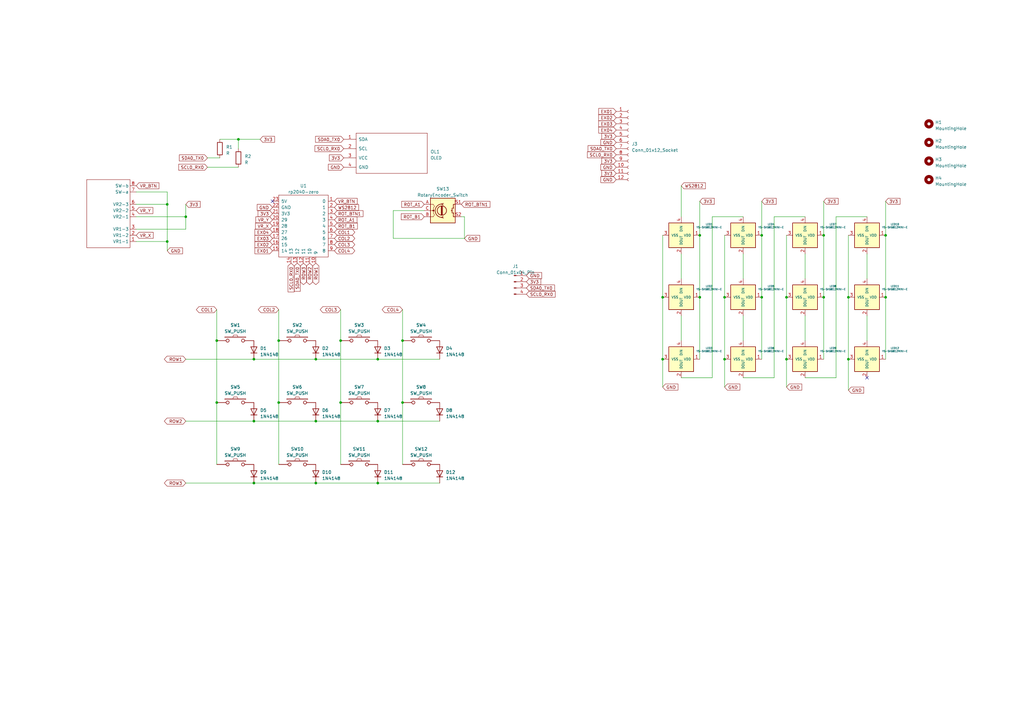
<source format=kicad_sch>
(kicad_sch (version 20230121) (generator eeschema)

  (uuid c0c72834-657e-4be4-bb6b-00fa169baa33)

  (paper "A3")

  (lib_symbols
    (symbol "Connector:Conn_01x04_Pin" (pin_names (offset 1.016) hide) (in_bom yes) (on_board yes)
      (property "Reference" "J" (at 0 5.08 0)
        (effects (font (size 1.27 1.27)))
      )
      (property "Value" "Conn_01x04_Pin" (at 0 -7.62 0)
        (effects (font (size 1.27 1.27)))
      )
      (property "Footprint" "" (at 0 0 0)
        (effects (font (size 1.27 1.27)) hide)
      )
      (property "Datasheet" "~" (at 0 0 0)
        (effects (font (size 1.27 1.27)) hide)
      )
      (property "ki_locked" "" (at 0 0 0)
        (effects (font (size 1.27 1.27)))
      )
      (property "ki_keywords" "connector" (at 0 0 0)
        (effects (font (size 1.27 1.27)) hide)
      )
      (property "ki_description" "Generic connector, single row, 01x04, script generated" (at 0 0 0)
        (effects (font (size 1.27 1.27)) hide)
      )
      (property "ki_fp_filters" "Connector*:*_1x??_*" (at 0 0 0)
        (effects (font (size 1.27 1.27)) hide)
      )
      (symbol "Conn_01x04_Pin_1_1"
        (polyline
          (pts
            (xy 1.27 -5.08)
            (xy 0.8636 -5.08)
          )
          (stroke (width 0.1524) (type default))
          (fill (type none))
        )
        (polyline
          (pts
            (xy 1.27 -2.54)
            (xy 0.8636 -2.54)
          )
          (stroke (width 0.1524) (type default))
          (fill (type none))
        )
        (polyline
          (pts
            (xy 1.27 0)
            (xy 0.8636 0)
          )
          (stroke (width 0.1524) (type default))
          (fill (type none))
        )
        (polyline
          (pts
            (xy 1.27 2.54)
            (xy 0.8636 2.54)
          )
          (stroke (width 0.1524) (type default))
          (fill (type none))
        )
        (rectangle (start 0.8636 -4.953) (end 0 -5.207)
          (stroke (width 0.1524) (type default))
          (fill (type outline))
        )
        (rectangle (start 0.8636 -2.413) (end 0 -2.667)
          (stroke (width 0.1524) (type default))
          (fill (type outline))
        )
        (rectangle (start 0.8636 0.127) (end 0 -0.127)
          (stroke (width 0.1524) (type default))
          (fill (type outline))
        )
        (rectangle (start 0.8636 2.667) (end 0 2.413)
          (stroke (width 0.1524) (type default))
          (fill (type outline))
        )
        (pin passive line (at 5.08 2.54 180) (length 3.81)
          (name "Pin_1" (effects (font (size 1.27 1.27))))
          (number "1" (effects (font (size 1.27 1.27))))
        )
        (pin passive line (at 5.08 0 180) (length 3.81)
          (name "Pin_2" (effects (font (size 1.27 1.27))))
          (number "2" (effects (font (size 1.27 1.27))))
        )
        (pin passive line (at 5.08 -2.54 180) (length 3.81)
          (name "Pin_3" (effects (font (size 1.27 1.27))))
          (number "3" (effects (font (size 1.27 1.27))))
        )
        (pin passive line (at 5.08 -5.08 180) (length 3.81)
          (name "Pin_4" (effects (font (size 1.27 1.27))))
          (number "4" (effects (font (size 1.27 1.27))))
        )
      )
    )
    (symbol "Connector:Conn_01x12_Socket" (pin_names (offset 1.016) hide) (in_bom yes) (on_board yes)
      (property "Reference" "J" (at 0 15.24 0)
        (effects (font (size 1.27 1.27)))
      )
      (property "Value" "Conn_01x12_Socket" (at 0 -17.78 0)
        (effects (font (size 1.27 1.27)))
      )
      (property "Footprint" "" (at 0 0 0)
        (effects (font (size 1.27 1.27)) hide)
      )
      (property "Datasheet" "~" (at 0 0 0)
        (effects (font (size 1.27 1.27)) hide)
      )
      (property "ki_locked" "" (at 0 0 0)
        (effects (font (size 1.27 1.27)))
      )
      (property "ki_keywords" "connector" (at 0 0 0)
        (effects (font (size 1.27 1.27)) hide)
      )
      (property "ki_description" "Generic connector, single row, 01x12, script generated" (at 0 0 0)
        (effects (font (size 1.27 1.27)) hide)
      )
      (property "ki_fp_filters" "Connector*:*_1x??_*" (at 0 0 0)
        (effects (font (size 1.27 1.27)) hide)
      )
      (symbol "Conn_01x12_Socket_1_1"
        (arc (start 0 -14.732) (mid -0.5058 -15.24) (end 0 -15.748)
          (stroke (width 0.1524) (type default))
          (fill (type none))
        )
        (arc (start 0 -12.192) (mid -0.5058 -12.7) (end 0 -13.208)
          (stroke (width 0.1524) (type default))
          (fill (type none))
        )
        (arc (start 0 -9.652) (mid -0.5058 -10.16) (end 0 -10.668)
          (stroke (width 0.1524) (type default))
          (fill (type none))
        )
        (arc (start 0 -7.112) (mid -0.5058 -7.62) (end 0 -8.128)
          (stroke (width 0.1524) (type default))
          (fill (type none))
        )
        (arc (start 0 -4.572) (mid -0.5058 -5.08) (end 0 -5.588)
          (stroke (width 0.1524) (type default))
          (fill (type none))
        )
        (arc (start 0 -2.032) (mid -0.5058 -2.54) (end 0 -3.048)
          (stroke (width 0.1524) (type default))
          (fill (type none))
        )
        (polyline
          (pts
            (xy -1.27 -15.24)
            (xy -0.508 -15.24)
          )
          (stroke (width 0.1524) (type default))
          (fill (type none))
        )
        (polyline
          (pts
            (xy -1.27 -12.7)
            (xy -0.508 -12.7)
          )
          (stroke (width 0.1524) (type default))
          (fill (type none))
        )
        (polyline
          (pts
            (xy -1.27 -10.16)
            (xy -0.508 -10.16)
          )
          (stroke (width 0.1524) (type default))
          (fill (type none))
        )
        (polyline
          (pts
            (xy -1.27 -7.62)
            (xy -0.508 -7.62)
          )
          (stroke (width 0.1524) (type default))
          (fill (type none))
        )
        (polyline
          (pts
            (xy -1.27 -5.08)
            (xy -0.508 -5.08)
          )
          (stroke (width 0.1524) (type default))
          (fill (type none))
        )
        (polyline
          (pts
            (xy -1.27 -2.54)
            (xy -0.508 -2.54)
          )
          (stroke (width 0.1524) (type default))
          (fill (type none))
        )
        (polyline
          (pts
            (xy -1.27 0)
            (xy -0.508 0)
          )
          (stroke (width 0.1524) (type default))
          (fill (type none))
        )
        (polyline
          (pts
            (xy -1.27 2.54)
            (xy -0.508 2.54)
          )
          (stroke (width 0.1524) (type default))
          (fill (type none))
        )
        (polyline
          (pts
            (xy -1.27 5.08)
            (xy -0.508 5.08)
          )
          (stroke (width 0.1524) (type default))
          (fill (type none))
        )
        (polyline
          (pts
            (xy -1.27 7.62)
            (xy -0.508 7.62)
          )
          (stroke (width 0.1524) (type default))
          (fill (type none))
        )
        (polyline
          (pts
            (xy -1.27 10.16)
            (xy -0.508 10.16)
          )
          (stroke (width 0.1524) (type default))
          (fill (type none))
        )
        (polyline
          (pts
            (xy -1.27 12.7)
            (xy -0.508 12.7)
          )
          (stroke (width 0.1524) (type default))
          (fill (type none))
        )
        (arc (start 0 0.508) (mid -0.5058 0) (end 0 -0.508)
          (stroke (width 0.1524) (type default))
          (fill (type none))
        )
        (arc (start 0 3.048) (mid -0.5058 2.54) (end 0 2.032)
          (stroke (width 0.1524) (type default))
          (fill (type none))
        )
        (arc (start 0 5.588) (mid -0.5058 5.08) (end 0 4.572)
          (stroke (width 0.1524) (type default))
          (fill (type none))
        )
        (arc (start 0 8.128) (mid -0.5058 7.62) (end 0 7.112)
          (stroke (width 0.1524) (type default))
          (fill (type none))
        )
        (arc (start 0 10.668) (mid -0.5058 10.16) (end 0 9.652)
          (stroke (width 0.1524) (type default))
          (fill (type none))
        )
        (arc (start 0 13.208) (mid -0.5058 12.7) (end 0 12.192)
          (stroke (width 0.1524) (type default))
          (fill (type none))
        )
        (pin passive line (at -5.08 12.7 0) (length 3.81)
          (name "Pin_1" (effects (font (size 1.27 1.27))))
          (number "1" (effects (font (size 1.27 1.27))))
        )
        (pin passive line (at -5.08 -10.16 0) (length 3.81)
          (name "Pin_10" (effects (font (size 1.27 1.27))))
          (number "10" (effects (font (size 1.27 1.27))))
        )
        (pin passive line (at -5.08 -12.7 0) (length 3.81)
          (name "Pin_11" (effects (font (size 1.27 1.27))))
          (number "11" (effects (font (size 1.27 1.27))))
        )
        (pin passive line (at -5.08 -15.24 0) (length 3.81)
          (name "Pin_12" (effects (font (size 1.27 1.27))))
          (number "12" (effects (font (size 1.27 1.27))))
        )
        (pin passive line (at -5.08 10.16 0) (length 3.81)
          (name "Pin_2" (effects (font (size 1.27 1.27))))
          (number "2" (effects (font (size 1.27 1.27))))
        )
        (pin passive line (at -5.08 7.62 0) (length 3.81)
          (name "Pin_3" (effects (font (size 1.27 1.27))))
          (number "3" (effects (font (size 1.27 1.27))))
        )
        (pin passive line (at -5.08 5.08 0) (length 3.81)
          (name "Pin_4" (effects (font (size 1.27 1.27))))
          (number "4" (effects (font (size 1.27 1.27))))
        )
        (pin passive line (at -5.08 2.54 0) (length 3.81)
          (name "Pin_5" (effects (font (size 1.27 1.27))))
          (number "5" (effects (font (size 1.27 1.27))))
        )
        (pin passive line (at -5.08 0 0) (length 3.81)
          (name "Pin_6" (effects (font (size 1.27 1.27))))
          (number "6" (effects (font (size 1.27 1.27))))
        )
        (pin passive line (at -5.08 -2.54 0) (length 3.81)
          (name "Pin_7" (effects (font (size 1.27 1.27))))
          (number "7" (effects (font (size 1.27 1.27))))
        )
        (pin passive line (at -5.08 -5.08 0) (length 3.81)
          (name "Pin_8" (effects (font (size 1.27 1.27))))
          (number "8" (effects (font (size 1.27 1.27))))
        )
        (pin passive line (at -5.08 -7.62 0) (length 3.81)
          (name "Pin_9" (effects (font (size 1.27 1.27))))
          (number "9" (effects (font (size 1.27 1.27))))
        )
      )
    )
    (symbol "Device:R" (pin_numbers hide) (pin_names (offset 0)) (in_bom yes) (on_board yes)
      (property "Reference" "R" (at 2.032 0 90)
        (effects (font (size 1.27 1.27)))
      )
      (property "Value" "R" (at 0 0 90)
        (effects (font (size 1.27 1.27)))
      )
      (property "Footprint" "" (at -1.778 0 90)
        (effects (font (size 1.27 1.27)) hide)
      )
      (property "Datasheet" "~" (at 0 0 0)
        (effects (font (size 1.27 1.27)) hide)
      )
      (property "ki_keywords" "R res resistor" (at 0 0 0)
        (effects (font (size 1.27 1.27)) hide)
      )
      (property "ki_description" "Resistor" (at 0 0 0)
        (effects (font (size 1.27 1.27)) hide)
      )
      (property "ki_fp_filters" "R_*" (at 0 0 0)
        (effects (font (size 1.27 1.27)) hide)
      )
      (symbol "R_0_1"
        (rectangle (start -1.016 -2.54) (end 1.016 2.54)
          (stroke (width 0.254) (type default))
          (fill (type none))
        )
      )
      (symbol "R_1_1"
        (pin passive line (at 0 3.81 270) (length 1.27)
          (name "~" (effects (font (size 1.27 1.27))))
          (number "1" (effects (font (size 1.27 1.27))))
        )
        (pin passive line (at 0 -3.81 90) (length 1.27)
          (name "~" (effects (font (size 1.27 1.27))))
          (number "2" (effects (font (size 1.27 1.27))))
        )
      )
    )
    (symbol "Device:RotaryEncoder_Switch" (pin_names (offset 0.254) hide) (in_bom yes) (on_board yes)
      (property "Reference" "SW" (at 0 6.604 0)
        (effects (font (size 1.27 1.27)))
      )
      (property "Value" "RotaryEncoder_Switch" (at 0 -6.604 0)
        (effects (font (size 1.27 1.27)))
      )
      (property "Footprint" "" (at -3.81 4.064 0)
        (effects (font (size 1.27 1.27)) hide)
      )
      (property "Datasheet" "~" (at 0 6.604 0)
        (effects (font (size 1.27 1.27)) hide)
      )
      (property "ki_keywords" "rotary switch encoder switch push button" (at 0 0 0)
        (effects (font (size 1.27 1.27)) hide)
      )
      (property "ki_description" "Rotary encoder, dual channel, incremental quadrate outputs, with switch" (at 0 0 0)
        (effects (font (size 1.27 1.27)) hide)
      )
      (property "ki_fp_filters" "RotaryEncoder*Switch*" (at 0 0 0)
        (effects (font (size 1.27 1.27)) hide)
      )
      (symbol "RotaryEncoder_Switch_0_1"
        (rectangle (start -5.08 5.08) (end 5.08 -5.08)
          (stroke (width 0.254) (type default))
          (fill (type background))
        )
        (circle (center -3.81 0) (radius 0.254)
          (stroke (width 0) (type default))
          (fill (type outline))
        )
        (circle (center -0.381 0) (radius 1.905)
          (stroke (width 0.254) (type default))
          (fill (type none))
        )
        (arc (start -0.381 2.667) (mid -3.0988 -0.0635) (end -0.381 -2.794)
          (stroke (width 0.254) (type default))
          (fill (type none))
        )
        (polyline
          (pts
            (xy -0.635 -1.778)
            (xy -0.635 1.778)
          )
          (stroke (width 0.254) (type default))
          (fill (type none))
        )
        (polyline
          (pts
            (xy -0.381 -1.778)
            (xy -0.381 1.778)
          )
          (stroke (width 0.254) (type default))
          (fill (type none))
        )
        (polyline
          (pts
            (xy -0.127 1.778)
            (xy -0.127 -1.778)
          )
          (stroke (width 0.254) (type default))
          (fill (type none))
        )
        (polyline
          (pts
            (xy 3.81 0)
            (xy 3.429 0)
          )
          (stroke (width 0.254) (type default))
          (fill (type none))
        )
        (polyline
          (pts
            (xy 3.81 1.016)
            (xy 3.81 -1.016)
          )
          (stroke (width 0.254) (type default))
          (fill (type none))
        )
        (polyline
          (pts
            (xy -5.08 -2.54)
            (xy -3.81 -2.54)
            (xy -3.81 -2.032)
          )
          (stroke (width 0) (type default))
          (fill (type none))
        )
        (polyline
          (pts
            (xy -5.08 2.54)
            (xy -3.81 2.54)
            (xy -3.81 2.032)
          )
          (stroke (width 0) (type default))
          (fill (type none))
        )
        (polyline
          (pts
            (xy 0.254 -3.048)
            (xy -0.508 -2.794)
            (xy 0.127 -2.413)
          )
          (stroke (width 0.254) (type default))
          (fill (type none))
        )
        (polyline
          (pts
            (xy 0.254 2.921)
            (xy -0.508 2.667)
            (xy 0.127 2.286)
          )
          (stroke (width 0.254) (type default))
          (fill (type none))
        )
        (polyline
          (pts
            (xy 5.08 -2.54)
            (xy 4.318 -2.54)
            (xy 4.318 -1.016)
          )
          (stroke (width 0.254) (type default))
          (fill (type none))
        )
        (polyline
          (pts
            (xy 5.08 2.54)
            (xy 4.318 2.54)
            (xy 4.318 1.016)
          )
          (stroke (width 0.254) (type default))
          (fill (type none))
        )
        (polyline
          (pts
            (xy -5.08 0)
            (xy -3.81 0)
            (xy -3.81 -1.016)
            (xy -3.302 -2.032)
          )
          (stroke (width 0) (type default))
          (fill (type none))
        )
        (polyline
          (pts
            (xy -4.318 0)
            (xy -3.81 0)
            (xy -3.81 1.016)
            (xy -3.302 2.032)
          )
          (stroke (width 0) (type default))
          (fill (type none))
        )
        (circle (center 4.318 -1.016) (radius 0.127)
          (stroke (width 0.254) (type default))
          (fill (type none))
        )
        (circle (center 4.318 1.016) (radius 0.127)
          (stroke (width 0.254) (type default))
          (fill (type none))
        )
      )
      (symbol "RotaryEncoder_Switch_1_1"
        (pin passive line (at -7.62 2.54 0) (length 2.54)
          (name "A" (effects (font (size 1.27 1.27))))
          (number "A" (effects (font (size 1.27 1.27))))
        )
        (pin passive line (at -7.62 -2.54 0) (length 2.54)
          (name "B" (effects (font (size 1.27 1.27))))
          (number "B" (effects (font (size 1.27 1.27))))
        )
        (pin passive line (at -7.62 0 0) (length 2.54)
          (name "C" (effects (font (size 1.27 1.27))))
          (number "C" (effects (font (size 1.27 1.27))))
        )
        (pin passive line (at 7.62 2.54 180) (length 2.54)
          (name "S1" (effects (font (size 1.27 1.27))))
          (number "S1" (effects (font (size 1.27 1.27))))
        )
        (pin passive line (at 7.62 -2.54 180) (length 2.54)
          (name "S2" (effects (font (size 1.27 1.27))))
          (number "S2" (effects (font (size 1.27 1.27))))
        )
      )
    )
    (symbol "Diode:1N4148" (pin_numbers hide) (pin_names hide) (in_bom yes) (on_board yes)
      (property "Reference" "D" (at 0 2.54 0)
        (effects (font (size 1.27 1.27)))
      )
      (property "Value" "1N4148" (at 0 -2.54 0)
        (effects (font (size 1.27 1.27)))
      )
      (property "Footprint" "Diode_THT:D_DO-35_SOD27_P7.62mm_Horizontal" (at 0 0 0)
        (effects (font (size 1.27 1.27)) hide)
      )
      (property "Datasheet" "https://assets.nexperia.com/documents/data-sheet/1N4148_1N4448.pdf" (at 0 0 0)
        (effects (font (size 1.27 1.27)) hide)
      )
      (property "Sim.Device" "D" (at 0 0 0)
        (effects (font (size 1.27 1.27)) hide)
      )
      (property "Sim.Pins" "1=K 2=A" (at 0 0 0)
        (effects (font (size 1.27 1.27)) hide)
      )
      (property "ki_keywords" "diode" (at 0 0 0)
        (effects (font (size 1.27 1.27)) hide)
      )
      (property "ki_description" "100V 0.15A standard switching diode, DO-35" (at 0 0 0)
        (effects (font (size 1.27 1.27)) hide)
      )
      (property "ki_fp_filters" "D*DO?35*" (at 0 0 0)
        (effects (font (size 1.27 1.27)) hide)
      )
      (symbol "1N4148_0_1"
        (polyline
          (pts
            (xy -1.27 1.27)
            (xy -1.27 -1.27)
          )
          (stroke (width 0.254) (type default))
          (fill (type none))
        )
        (polyline
          (pts
            (xy 1.27 0)
            (xy -1.27 0)
          )
          (stroke (width 0) (type default))
          (fill (type none))
        )
        (polyline
          (pts
            (xy 1.27 1.27)
            (xy 1.27 -1.27)
            (xy -1.27 0)
            (xy 1.27 1.27)
          )
          (stroke (width 0.254) (type default))
          (fill (type none))
        )
      )
      (symbol "1N4148_1_1"
        (pin passive line (at -3.81 0 0) (length 2.54)
          (name "K" (effects (font (size 1.27 1.27))))
          (number "1" (effects (font (size 1.27 1.27))))
        )
        (pin passive line (at 3.81 0 180) (length 2.54)
          (name "A" (effects (font (size 1.27 1.27))))
          (number "2" (effects (font (size 1.27 1.27))))
        )
      )
    )
    (symbol "Mechanical:MountingHole" (pin_names (offset 1.016)) (in_bom yes) (on_board yes)
      (property "Reference" "H" (at 0 5.08 0)
        (effects (font (size 1.27 1.27)))
      )
      (property "Value" "MountingHole" (at 0 3.175 0)
        (effects (font (size 1.27 1.27)))
      )
      (property "Footprint" "" (at 0 0 0)
        (effects (font (size 1.27 1.27)) hide)
      )
      (property "Datasheet" "~" (at 0 0 0)
        (effects (font (size 1.27 1.27)) hide)
      )
      (property "ki_keywords" "mounting hole" (at 0 0 0)
        (effects (font (size 1.27 1.27)) hide)
      )
      (property "ki_description" "Mounting Hole without connection" (at 0 0 0)
        (effects (font (size 1.27 1.27)) hide)
      )
      (property "ki_fp_filters" "MountingHole*" (at 0 0 0)
        (effects (font (size 1.27 1.27)) hide)
      )
      (symbol "MountingHole_0_1"
        (circle (center 0 0) (radius 1.27)
          (stroke (width 1.27) (type default))
          (fill (type none))
        )
      )
    )
    (symbol "crides/kleeb/mcu:rp2040-zero" (pin_names (offset 1.016)) (in_bom yes) (on_board yes)
      (property "Reference" "U" (at 0 15.24 0)
        (effects (font (size 1.27 1.27)))
      )
      (property "Value" "rp2040-zero" (at 0 12.7 0)
        (effects (font (size 1.27 1.27)))
      )
      (property "Footprint" "" (at -8.89 5.08 0)
        (effects (font (size 1.27 1.27)) hide)
      )
      (property "Datasheet" "" (at -8.89 5.08 0)
        (effects (font (size 1.27 1.27)) hide)
      )
      (symbol "rp2040-zero_0_1"
        (rectangle (start -10.16 11.43) (end 10.16 -13.97)
          (stroke (width 0) (type default))
          (fill (type none))
        )
      )
      (symbol "rp2040-zero_1_1"
        (pin bidirectional line (at 12.7 8.89 180) (length 2.54)
          (name "0" (effects (font (size 1.27 1.27))))
          (number "1" (effects (font (size 1.27 1.27))))
        )
        (pin bidirectional line (at 5.08 -16.51 90) (length 2.54)
          (name "9" (effects (font (size 1.27 1.27))))
          (number "10" (effects (font (size 1.27 1.27))))
        )
        (pin bidirectional line (at 2.54 -16.51 90) (length 2.54)
          (name "10" (effects (font (size 1.27 1.27))))
          (number "11" (effects (font (size 1.27 1.27))))
        )
        (pin bidirectional line (at 0 -16.51 90) (length 2.54)
          (name "11" (effects (font (size 1.27 1.27))))
          (number "12" (effects (font (size 1.27 1.27))))
        )
        (pin bidirectional line (at -2.54 -16.51 90) (length 2.54)
          (name "12" (effects (font (size 1.27 1.27))))
          (number "13" (effects (font (size 1.27 1.27))))
        )
        (pin bidirectional line (at -5.08 -16.51 90) (length 2.54)
          (name "13" (effects (font (size 1.27 1.27))))
          (number "14" (effects (font (size 1.27 1.27))))
        )
        (pin bidirectional line (at -12.7 -11.43 0) (length 2.54)
          (name "14" (effects (font (size 1.27 1.27))))
          (number "15" (effects (font (size 1.27 1.27))))
        )
        (pin bidirectional line (at -12.7 -8.89 0) (length 2.54)
          (name "15" (effects (font (size 1.27 1.27))))
          (number "16" (effects (font (size 1.27 1.27))))
        )
        (pin bidirectional line (at -12.7 -6.35 0) (length 2.54)
          (name "26" (effects (font (size 1.27 1.27))))
          (number "17" (effects (font (size 1.27 1.27))))
        )
        (pin bidirectional line (at -12.7 -3.81 0) (length 2.54)
          (name "27" (effects (font (size 1.27 1.27))))
          (number "18" (effects (font (size 1.27 1.27))))
        )
        (pin bidirectional line (at -12.7 -1.27 0) (length 2.54)
          (name "28" (effects (font (size 1.27 1.27))))
          (number "19" (effects (font (size 1.27 1.27))))
        )
        (pin bidirectional line (at 12.7 6.35 180) (length 2.54)
          (name "1" (effects (font (size 1.27 1.27))))
          (number "2" (effects (font (size 1.27 1.27))))
        )
        (pin bidirectional line (at -12.7 1.27 0) (length 2.54)
          (name "29" (effects (font (size 1.27 1.27))))
          (number "20" (effects (font (size 1.27 1.27))))
        )
        (pin power_out line (at -12.7 3.81 0) (length 2.54)
          (name "3V3" (effects (font (size 1.27 1.27))))
          (number "21" (effects (font (size 1.27 1.27))))
        )
        (pin power_out line (at -12.7 6.35 0) (length 2.54)
          (name "GND" (effects (font (size 1.27 1.27))))
          (number "22" (effects (font (size 1.27 1.27))))
        )
        (pin power_out line (at -12.7 8.89 0) (length 2.54)
          (name "5V" (effects (font (size 1.27 1.27))))
          (number "23" (effects (font (size 1.27 1.27))))
        )
        (pin bidirectional line (at 12.7 3.81 180) (length 2.54)
          (name "2" (effects (font (size 1.27 1.27))))
          (number "3" (effects (font (size 1.27 1.27))))
        )
        (pin bidirectional line (at 12.7 1.27 180) (length 2.54)
          (name "3" (effects (font (size 1.27 1.27))))
          (number "4" (effects (font (size 1.27 1.27))))
        )
        (pin bidirectional line (at 12.7 -1.27 180) (length 2.54)
          (name "4" (effects (font (size 1.27 1.27))))
          (number "5" (effects (font (size 1.27 1.27))))
        )
        (pin bidirectional line (at 12.7 -3.81 180) (length 2.54)
          (name "5" (effects (font (size 1.27 1.27))))
          (number "6" (effects (font (size 1.27 1.27))))
        )
        (pin bidirectional line (at 12.7 -6.35 180) (length 2.54)
          (name "6" (effects (font (size 1.27 1.27))))
          (number "7" (effects (font (size 1.27 1.27))))
        )
        (pin bidirectional line (at 12.7 -8.89 180) (length 2.54)
          (name "7" (effects (font (size 1.27 1.27))))
          (number "8" (effects (font (size 1.27 1.27))))
        )
        (pin bidirectional line (at 12.7 -11.43 180) (length 2.54)
          (name "8" (effects (font (size 1.27 1.27))))
          (number "9" (effects (font (size 1.27 1.27))))
        )
      )
    )
    (symbol "foostan/kbd:OLED" (pin_names (offset 1.016)) (in_bom yes) (on_board yes)
      (property "Reference" "OL" (at 0 2.54 0)
        (effects (font (size 1.2954 1.2954)))
      )
      (property "Value" "OLED" (at 0 -1.27 0)
        (effects (font (size 1.1938 1.1938)))
      )
      (property "Footprint" "" (at 0 2.54 0)
        (effects (font (size 1.524 1.524)) hide)
      )
      (property "Datasheet" "" (at 0 2.54 0)
        (effects (font (size 1.524 1.524)) hide)
      )
      (symbol "OLED_0_1"
        (rectangle (start -13.97 8.89) (end 15.24 -7.62)
          (stroke (width 0) (type solid))
          (fill (type none))
        )
      )
      (symbol "OLED_1_1"
        (pin bidirectional line (at -19.05 6.35 0) (length 5.08)
          (name "SDA" (effects (font (size 1.27 1.27))))
          (number "1" (effects (font (size 1.27 1.27))))
        )
        (pin bidirectional line (at -19.05 2.54 0) (length 5.08)
          (name "SCL" (effects (font (size 1.27 1.27))))
          (number "2" (effects (font (size 1.27 1.27))))
        )
        (pin power_in line (at -19.05 -1.27 0) (length 5.08)
          (name "VCC" (effects (font (size 1.27 1.27))))
          (number "3" (effects (font (size 1.27 1.27))))
        )
        (pin power_in line (at -19.05 -5.08 0) (length 5.08)
          (name "GND" (effects (font (size 1.27 1.27))))
          (number "4" (effects (font (size 1.27 1.27))))
        )
      )
    )
    (symbol "foostan/kbd:SW_PUSH" (pin_numbers hide) (pin_names (offset 1.016) hide) (in_bom yes) (on_board yes)
      (property "Reference" "SW" (at 3.81 2.794 0)
        (effects (font (size 1.27 1.27)))
      )
      (property "Value" "SW_PUSH" (at 0 -2.032 0)
        (effects (font (size 1.27 1.27)))
      )
      (property "Footprint" "" (at 0 0 0)
        (effects (font (size 1.27 1.27)))
      )
      (property "Datasheet" "" (at 0 0 0)
        (effects (font (size 1.27 1.27)))
      )
      (symbol "SW_PUSH_0_1"
        (rectangle (start -4.318 1.27) (end 4.318 1.524)
          (stroke (width 0) (type solid))
          (fill (type none))
        )
        (polyline
          (pts
            (xy -1.016 1.524)
            (xy -0.762 2.286)
            (xy 0.762 2.286)
            (xy 1.016 1.524)
          )
          (stroke (width 0) (type solid))
          (fill (type none))
        )
        (pin passive inverted (at -7.62 0 0) (length 5.08)
          (name "1" (effects (font (size 1.27 1.27))))
          (number "1" (effects (font (size 1.27 1.27))))
        )
        (pin passive inverted (at 7.62 0 180) (length 5.08)
          (name "2" (effects (font (size 1.27 1.27))))
          (number "2" (effects (font (size 1.27 1.27))))
        )
      )
    )
    (symbol "foostan/kbd:YS-SK6812MINI-E" (pin_names (offset 1.016)) (in_bom yes) (on_board yes)
      (property "Reference" "LED" (at 2.54 -7.62 0)
        (effects (font (size 0.7366 0.7366)))
      )
      (property "Value" "YS-SK6812MINI-E" (at 6.35 -6.35 0)
        (effects (font (size 0.7366 0.7366)))
      )
      (property "Footprint" "" (at 2.54 -6.35 0)
        (effects (font (size 1.27 1.27)) hide)
      )
      (property "Datasheet" "" (at 2.54 -6.35 0)
        (effects (font (size 1.27 1.27)) hide)
      )
      (symbol "YS-SK6812MINI-E_0_1"
        (rectangle (start -5.08 5.08) (end 5.08 -5.08)
          (stroke (width 0.254) (type solid))
          (fill (type background))
        )
      )
      (symbol "YS-SK6812MINI-E_1_1"
        (pin power_in line (at 0 7.62 270) (length 2.54)
          (name "VDD" (effects (font (size 0.9906 0.9906))))
          (number "1" (effects (font (size 1.27 1.27))))
        )
        (pin output line (at 7.62 0 180) (length 2.54)
          (name "DOUT" (effects (font (size 0.9906 0.9906))))
          (number "2" (effects (font (size 1.27 1.27))))
        )
        (pin power_in line (at 0 -7.62 90) (length 2.54)
          (name "VSS" (effects (font (size 0.9906 0.9906))))
          (number "3" (effects (font (size 1.27 1.27))))
        )
        (pin input line (at -7.62 0 0) (length 2.54)
          (name "DIN" (effects (font (size 0.9906 0.9906))))
          (number "4" (effects (font (size 1.27 1.27))))
        )
      )
    )
    (symbol "sglib:RKJXV122400R" (in_bom yes) (on_board yes)
      (property "Reference" "U" (at 0 -5.08 0)
        (effects (font (size 1.27 1.27)))
      )
      (property "Value" "RKJXV122400R" (at 0 -7.62 0)
        (effects (font (size 1.27 1.27)))
      )
      (property "Footprint" "" (at 0 0 0)
        (effects (font (size 1.27 1.27)) hide)
      )
      (property "Datasheet" "" (at 0 0 0)
        (effects (font (size 1.27 1.27)) hide)
      )
      (symbol "RKJXV122400R_0_1"
        (rectangle (start -20.32 25.4) (end -2.54 -2.54)
          (stroke (width 0) (type default))
          (fill (type none))
        )
      )
      (symbol "RKJXV122400R_1_1"
        (pin input line (at 0 0 180) (length 2.54)
          (name "VR1-1" (effects (font (size 1.27 1.27))))
          (number "1" (effects (font (size 1.27 1.27))))
        )
        (pin input line (at 0 2.54 180) (length 2.54)
          (name "VR1-2" (effects (font (size 1.27 1.27))))
          (number "2" (effects (font (size 1.27 1.27))))
        )
        (pin input line (at 0 5.08 180) (length 2.54)
          (name "VR1-3" (effects (font (size 1.27 1.27))))
          (number "3" (effects (font (size 1.27 1.27))))
        )
        (pin input line (at 0 10.16 180) (length 2.54)
          (name "VR2-1" (effects (font (size 1.27 1.27))))
          (number "4" (effects (font (size 1.27 1.27))))
        )
        (pin input line (at 0 12.7 180) (length 2.54)
          (name "VR2-2" (effects (font (size 1.27 1.27))))
          (number "5" (effects (font (size 1.27 1.27))))
        )
        (pin input line (at 0 15.24 180) (length 2.54)
          (name "VR2-3" (effects (font (size 1.27 1.27))))
          (number "6" (effects (font (size 1.27 1.27))))
        )
        (pin input line (at 0 20.32 180) (length 2.54)
          (name "SW-a" (effects (font (size 1.27 1.27))))
          (number "7" (effects (font (size 1.27 1.27))))
        )
        (pin input line (at 0 22.86 180) (length 2.54)
          (name "SW-b" (effects (font (size 1.27 1.27))))
          (number "8" (effects (font (size 1.27 1.27))))
        )
      )
    )
  )

  (junction (at 312.42 121.92) (diameter 0) (color 0 0 0 0)
    (uuid 019d8d8d-84fd-4634-b169-0cec62d273b7)
  )
  (junction (at 139.7 165.1) (diameter 0) (color 0 0 0 0)
    (uuid 0fde4ae0-9eb4-410d-ab56-b4d24af43d9f)
  )
  (junction (at 114.3 139.7) (diameter 0) (color 0 0 0 0)
    (uuid 1607c625-2f5b-4356-92db-6c0dc989379b)
  )
  (junction (at 287.02 121.92) (diameter 0) (color 0 0 0 0)
    (uuid 18d78d99-3a6a-4e18-bc57-79b14b520e43)
  )
  (junction (at 104.14 147.32) (diameter 0) (color 0 0 0 0)
    (uuid 26c4ec8b-0430-4d6c-98c1-57a396a52375)
  )
  (junction (at 76.2 88.9) (diameter 0) (color 0 0 0 0)
    (uuid 3185937e-0afe-4466-ac3f-d96eae356bfc)
  )
  (junction (at 154.94 172.72) (diameter 0) (color 0 0 0 0)
    (uuid 3ed82fb0-186e-4eb3-9514-67f8f994230c)
  )
  (junction (at 165.1 139.7) (diameter 0) (color 0 0 0 0)
    (uuid 40815f8b-9e25-44cd-9889-63cab1ad97fc)
  )
  (junction (at 287.02 96.52) (diameter 0) (color 0 0 0 0)
    (uuid 4d851812-902d-458d-ab42-427485a5345f)
  )
  (junction (at 97.79 57.15) (diameter 0) (color 0 0 0 0)
    (uuid 53cd9fcd-1cf4-49be-8ea5-8dc8054514ca)
  )
  (junction (at 68.58 83.82) (diameter 0) (color 0 0 0 0)
    (uuid 53d48f5d-8318-4dc9-b85a-ce3dfa35abe3)
  )
  (junction (at 363.22 121.92) (diameter 0) (color 0 0 0 0)
    (uuid 5843db8f-7503-4e96-951f-24b9be65c6a2)
  )
  (junction (at 297.18 121.92) (diameter 0) (color 0 0 0 0)
    (uuid 585f0afe-c403-4255-8b39-674dc5915077)
  )
  (junction (at 337.82 96.52) (diameter 0) (color 0 0 0 0)
    (uuid 5fbc7a9f-db1a-46cc-953d-7600ac462b23)
  )
  (junction (at 347.98 147.32) (diameter 0) (color 0 0 0 0)
    (uuid 6a584f18-f65a-4292-9b9e-4c7de4fcee8f)
  )
  (junction (at 347.98 121.92) (diameter 0) (color 0 0 0 0)
    (uuid 6c37383e-535e-4f48-ad14-fea45c9f4868)
  )
  (junction (at 337.82 121.92) (diameter 0) (color 0 0 0 0)
    (uuid 74899f20-6db1-4b87-bf8a-61bc515b4c1b)
  )
  (junction (at 129.54 147.32) (diameter 0) (color 0 0 0 0)
    (uuid 84cbc860-b5dc-497f-abde-03d9a149818f)
  )
  (junction (at 297.18 147.32) (diameter 0) (color 0 0 0 0)
    (uuid 8dc6b20f-70a7-4024-8acb-fcd385a6d135)
  )
  (junction (at 312.42 96.52) (diameter 0) (color 0 0 0 0)
    (uuid 92b1bea1-07a6-4bcf-b5a7-6c361d8e232e)
  )
  (junction (at 154.94 147.32) (diameter 0) (color 0 0 0 0)
    (uuid 9492aea1-739f-4bec-91a0-7aa2015fe812)
  )
  (junction (at 88.9 165.1) (diameter 0) (color 0 0 0 0)
    (uuid 9916214f-bb6f-4d72-b0b3-13a6144b92d1)
  )
  (junction (at 114.3 165.1) (diameter 0) (color 0 0 0 0)
    (uuid a1af77e6-8ff2-4205-9ae6-e30a0ab6f90f)
  )
  (junction (at 104.14 172.72) (diameter 0) (color 0 0 0 0)
    (uuid aa1945d8-0ac4-4e56-b445-59538fb5494c)
  )
  (junction (at 322.58 147.32) (diameter 0) (color 0 0 0 0)
    (uuid ad9e313c-7f56-4110-917c-f0825a24f199)
  )
  (junction (at 104.14 198.12) (diameter 0) (color 0 0 0 0)
    (uuid b9213d12-ace6-47a1-8192-85302372edb1)
  )
  (junction (at 88.9 139.7) (diameter 0) (color 0 0 0 0)
    (uuid c609cfac-d4a4-49c4-a3f8-5a268bfd8bfd)
  )
  (junction (at 322.58 121.92) (diameter 0) (color 0 0 0 0)
    (uuid cb6eab49-dbcf-406a-a462-b43a90b16f48)
  )
  (junction (at 165.1 165.1) (diameter 0) (color 0 0 0 0)
    (uuid cb9aafa1-4fbf-429b-bdd5-0cbc4bd56b34)
  )
  (junction (at 68.58 99.06) (diameter 0) (color 0 0 0 0)
    (uuid d4202311-ccaf-4142-b9dc-a8fb046f74ba)
  )
  (junction (at 139.7 139.7) (diameter 0) (color 0 0 0 0)
    (uuid e22c52ff-de0e-4066-9022-7d71dee9ad2a)
  )
  (junction (at 129.54 198.12) (diameter 0) (color 0 0 0 0)
    (uuid e58ba4ab-d2e8-43a8-83a2-28e17787e9cc)
  )
  (junction (at 363.22 96.52) (diameter 0) (color 0 0 0 0)
    (uuid e845115a-9029-4d14-b0dc-010696fd6fec)
  )
  (junction (at 129.54 172.72) (diameter 0) (color 0 0 0 0)
    (uuid e92ff75b-a0bc-40b6-9084-a6630ccdc43a)
  )
  (junction (at 271.78 147.32) (diameter 0) (color 0 0 0 0)
    (uuid ea14d750-617d-42fd-8ec9-f37487daa48d)
  )
  (junction (at 154.94 198.12) (diameter 0) (color 0 0 0 0)
    (uuid f87e618b-70ec-4abb-9ed7-b1b1a39d1036)
  )
  (junction (at 271.78 121.92) (diameter 0) (color 0 0 0 0)
    (uuid fe281d54-8601-48b7-8269-16dc5069de13)
  )

  (no_connect (at 111.76 82.55) (uuid 17934d58-671e-45ad-93df-24c6e98b053a))
  (no_connect (at 355.6 154.94) (uuid f78d20aa-1c42-4508-93a7-5d7162611636))

  (wire (pts (xy 287.02 96.52) (xy 287.02 121.92))
    (stroke (width 0) (type default))
    (uuid 032bbc39-2f39-4136-b0ca-aa9ffb113225)
  )
  (wire (pts (xy 129.54 147.32) (xy 154.94 147.32))
    (stroke (width 0) (type default))
    (uuid 0444e3ed-b657-41ea-b2da-28474883b1fc)
  )
  (wire (pts (xy 129.54 172.72) (xy 154.94 172.72))
    (stroke (width 0) (type default))
    (uuid 072da455-feb7-4b21-b3c8-991e34d0c7df)
  )
  (wire (pts (xy 55.88 78.74) (xy 68.58 78.74))
    (stroke (width 0) (type default))
    (uuid 0bf06117-6c9d-45eb-a940-23b894b3abe0)
  )
  (wire (pts (xy 154.94 147.32) (xy 180.34 147.32))
    (stroke (width 0) (type default))
    (uuid 0e553de7-fa0a-462f-962c-3f3c18aa8a81)
  )
  (wire (pts (xy 317.5 88.9) (xy 330.2 88.9))
    (stroke (width 0) (type default))
    (uuid 152a6043-70e9-4f6b-910c-c42608a9ec28)
  )
  (wire (pts (xy 76.2 88.9) (xy 76.2 83.82))
    (stroke (width 0) (type default))
    (uuid 17563456-9cfd-4e8e-8a98-8fe5f71729f6)
  )
  (wire (pts (xy 85.09 64.77) (xy 90.17 64.77))
    (stroke (width 0) (type default))
    (uuid 176b1888-4a29-45eb-978e-ae33181076cb)
  )
  (wire (pts (xy 271.78 121.92) (xy 271.78 147.32))
    (stroke (width 0) (type default))
    (uuid 19f09fa2-c123-4fc4-853d-cb8809dff3b0)
  )
  (wire (pts (xy 97.79 57.15) (xy 106.68 57.15))
    (stroke (width 0) (type default))
    (uuid 19fce626-ff72-43c5-ae96-8a6f9b5c5107)
  )
  (wire (pts (xy 55.88 93.98) (xy 76.2 93.98))
    (stroke (width 0) (type default))
    (uuid 21653486-d15e-4dad-a297-9024c4da9d15)
  )
  (wire (pts (xy 104.14 198.12) (xy 129.54 198.12))
    (stroke (width 0) (type default))
    (uuid 28b26e58-5500-454f-beb8-c0dcf9fd7fa6)
  )
  (wire (pts (xy 76.2 93.98) (xy 76.2 88.9))
    (stroke (width 0) (type default))
    (uuid 2a1302e0-a8e7-42c2-aaf5-edf5f47c29de)
  )
  (wire (pts (xy 330.2 154.94) (xy 342.9 154.94))
    (stroke (width 0) (type default))
    (uuid 2fda1b0f-52f4-4c4d-b22b-b4f1295a2d9c)
  )
  (wire (pts (xy 190.5 88.9) (xy 190.5 97.79))
    (stroke (width 0) (type default))
    (uuid 36a50cad-ccb2-42b6-8526-84810391ff30)
  )
  (wire (pts (xy 68.58 78.74) (xy 68.58 83.82))
    (stroke (width 0) (type default))
    (uuid 3837c9b6-202a-4f30-805a-8d3f374403de)
  )
  (wire (pts (xy 342.9 88.9) (xy 355.6 88.9))
    (stroke (width 0) (type default))
    (uuid 384ae8df-13fd-4493-8865-cc5d761161df)
  )
  (wire (pts (xy 55.88 88.9) (xy 76.2 88.9))
    (stroke (width 0) (type default))
    (uuid 39e52394-d336-4dc9-ae22-6080e02cfadd)
  )
  (wire (pts (xy 97.79 57.15) (xy 97.79 60.96))
    (stroke (width 0) (type default))
    (uuid 3de7cfdb-c713-4b21-bc21-c2c363e444b2)
  )
  (wire (pts (xy 161.29 97.79) (xy 190.5 97.79))
    (stroke (width 0) (type default))
    (uuid 3edd982f-88e8-46f6-adf5-fb378e161ffe)
  )
  (wire (pts (xy 189.23 88.9) (xy 190.5 88.9))
    (stroke (width 0) (type default))
    (uuid 3f219f42-b092-403e-af34-4c96a89da5b0)
  )
  (wire (pts (xy 271.78 147.32) (xy 271.78 158.75))
    (stroke (width 0) (type default))
    (uuid 4142f1c3-7aaa-442d-a299-7344c28d3bb7)
  )
  (wire (pts (xy 154.94 198.12) (xy 180.34 198.12))
    (stroke (width 0) (type default))
    (uuid 42332d24-1565-4dc8-ad36-e9c61952f1d1)
  )
  (wire (pts (xy 322.58 121.92) (xy 322.58 147.32))
    (stroke (width 0) (type default))
    (uuid 44fe8278-e81b-42b7-b9dd-587d3d1cb388)
  )
  (wire (pts (xy 88.9 139.7) (xy 88.9 165.1))
    (stroke (width 0) (type default))
    (uuid 463bac98-ad37-49b5-aeee-03bdd0bcb742)
  )
  (wire (pts (xy 330.2 114.3) (xy 330.2 104.14))
    (stroke (width 0) (type default))
    (uuid 48041459-5b3c-4870-a7d3-86d75e7e12b9)
  )
  (wire (pts (xy 355.6 114.3) (xy 355.6 104.14))
    (stroke (width 0) (type default))
    (uuid 4e9d9e12-cb54-4821-aeb9-6a22a004f49d)
  )
  (wire (pts (xy 292.1 88.9) (xy 304.8 88.9))
    (stroke (width 0) (type default))
    (uuid 516aae12-5e47-4328-a466-9e098991cad3)
  )
  (wire (pts (xy 287.02 82.55) (xy 287.02 96.52))
    (stroke (width 0) (type default))
    (uuid 529c038b-d1aa-4a9c-baae-cad2959c4b35)
  )
  (wire (pts (xy 279.4 114.3) (xy 279.4 104.14))
    (stroke (width 0) (type default))
    (uuid 534aeef3-60c2-49bc-9dca-244bf29ea237)
  )
  (wire (pts (xy 114.3 165.1) (xy 114.3 190.5))
    (stroke (width 0) (type default))
    (uuid 54ce8eda-85e6-4c76-8ac7-9694912c0b9d)
  )
  (wire (pts (xy 68.58 99.06) (xy 68.58 102.87))
    (stroke (width 0) (type default))
    (uuid 5805b531-a4af-488f-bc39-0673e7c3e8c8)
  )
  (wire (pts (xy 55.88 83.82) (xy 68.58 83.82))
    (stroke (width 0) (type default))
    (uuid 5af4bc13-3595-4efc-9a7d-c7c05aeb33d4)
  )
  (wire (pts (xy 279.4 139.7) (xy 279.4 129.54))
    (stroke (width 0) (type default))
    (uuid 63e41ba8-1ee2-409d-977b-d964ffd104ea)
  )
  (wire (pts (xy 317.5 154.94) (xy 317.5 88.9))
    (stroke (width 0) (type default))
    (uuid 6841c837-e0e5-4c1c-a9f5-e11f5b16bce5)
  )
  (wire (pts (xy 165.1 139.7) (xy 165.1 165.1))
    (stroke (width 0) (type default))
    (uuid 6b2856e5-d8d7-48b2-8f70-aba72bbbbd0c)
  )
  (wire (pts (xy 154.94 172.72) (xy 180.34 172.72))
    (stroke (width 0) (type default))
    (uuid 6d5d7bf0-696f-4155-ac89-6d752acdf214)
  )
  (wire (pts (xy 76.2 198.12) (xy 104.14 198.12))
    (stroke (width 0) (type default))
    (uuid 700197ac-e952-432b-a224-031555108841)
  )
  (wire (pts (xy 312.42 96.52) (xy 312.42 121.92))
    (stroke (width 0) (type default))
    (uuid 7294b5a0-9a04-4bf8-a438-dc7c42f9d2b2)
  )
  (wire (pts (xy 322.58 147.32) (xy 322.58 158.75))
    (stroke (width 0) (type default))
    (uuid 7590b804-d6c6-49df-bf33-79c0ddab048d)
  )
  (wire (pts (xy 165.1 165.1) (xy 165.1 190.5))
    (stroke (width 0) (type default))
    (uuid 7a977454-590c-4b93-a607-bed9e843bab5)
  )
  (wire (pts (xy 297.18 147.32) (xy 297.18 158.75))
    (stroke (width 0) (type default))
    (uuid 7bf1e3d0-8b05-410f-97d8-16baa46342f7)
  )
  (wire (pts (xy 337.82 121.92) (xy 337.82 147.32))
    (stroke (width 0) (type default))
    (uuid 7c111925-45d9-40de-99c5-bc6708ef4216)
  )
  (wire (pts (xy 304.8 154.94) (xy 317.5 154.94))
    (stroke (width 0) (type default))
    (uuid 81784139-569d-4a26-8e45-4b7d913e61d1)
  )
  (wire (pts (xy 139.7 127) (xy 139.7 139.7))
    (stroke (width 0) (type default))
    (uuid 88dcc440-f15e-42c3-8483-6af14bdfbcb6)
  )
  (wire (pts (xy 88.9 139.7) (xy 88.9 127))
    (stroke (width 0) (type default))
    (uuid 8c25093e-6910-4cd1-94f1-86f32c799c45)
  )
  (wire (pts (xy 76.2 172.72) (xy 104.14 172.72))
    (stroke (width 0) (type default))
    (uuid 8d3aed09-52c9-4a3f-8434-06762edeed92)
  )
  (wire (pts (xy 139.7 165.1) (xy 139.7 190.5))
    (stroke (width 0) (type default))
    (uuid 8f79c379-2f9c-47e2-a46a-3a6b34623ddc)
  )
  (wire (pts (xy 173.99 86.36) (xy 161.29 86.36))
    (stroke (width 0) (type default))
    (uuid 9316631d-193b-4c10-8240-ccd0e08eea97)
  )
  (wire (pts (xy 114.3 139.7) (xy 114.3 165.1))
    (stroke (width 0) (type default))
    (uuid 96912632-ed66-4f4b-a080-7687a4395140)
  )
  (wire (pts (xy 129.54 198.12) (xy 154.94 198.12))
    (stroke (width 0) (type default))
    (uuid 99077d47-12e8-472f-ac0b-36f2cb08c804)
  )
  (wire (pts (xy 337.82 96.52) (xy 337.82 121.92))
    (stroke (width 0) (type default))
    (uuid 990a8d95-fe5b-4364-99c0-3571ddddefa7)
  )
  (wire (pts (xy 347.98 147.32) (xy 347.98 160.02))
    (stroke (width 0) (type default))
    (uuid 9ed97eb9-a920-445a-8ccf-6104949aaa66)
  )
  (wire (pts (xy 161.29 86.36) (xy 161.29 97.79))
    (stroke (width 0) (type default))
    (uuid 9fcb3f7a-1abc-4625-a2ed-78a7a8881089)
  )
  (wire (pts (xy 76.2 147.32) (xy 104.14 147.32))
    (stroke (width 0) (type default))
    (uuid a1340a1a-5f05-44f1-a787-af849669b321)
  )
  (wire (pts (xy 347.98 96.52) (xy 347.98 121.92))
    (stroke (width 0) (type default))
    (uuid a1383e7c-9426-45d9-ab04-75f186a7841b)
  )
  (wire (pts (xy 355.6 139.7) (xy 355.6 129.54))
    (stroke (width 0) (type default))
    (uuid a6bf1666-08df-4bee-83fd-4db3234b32fe)
  )
  (wire (pts (xy 68.58 83.82) (xy 68.58 99.06))
    (stroke (width 0) (type default))
    (uuid a79bea47-8b8b-42eb-8c1c-2044bac8a763)
  )
  (wire (pts (xy 165.1 127) (xy 165.1 139.7))
    (stroke (width 0) (type default))
    (uuid a8c665ea-9973-413d-92b9-d6f2d10ffe59)
  )
  (wire (pts (xy 88.9 165.1) (xy 88.9 190.5))
    (stroke (width 0) (type default))
    (uuid ad3a56bc-b540-42a0-ad4c-e5762747c139)
  )
  (wire (pts (xy 90.17 57.15) (xy 97.79 57.15))
    (stroke (width 0) (type default))
    (uuid b0c35bcc-1976-440f-a629-7502e8e61707)
  )
  (wire (pts (xy 271.78 96.52) (xy 271.78 121.92))
    (stroke (width 0) (type default))
    (uuid b1fbdb2b-c935-4d98-a8ad-ba4529d32dd3)
  )
  (wire (pts (xy 297.18 96.52) (xy 297.18 121.92))
    (stroke (width 0) (type default))
    (uuid b8b69bdc-3499-42a3-b455-7d9147738bee)
  )
  (wire (pts (xy 139.7 139.7) (xy 139.7 165.1))
    (stroke (width 0) (type default))
    (uuid c0679a13-f3c6-446b-a44c-b093e2cf4ec1)
  )
  (wire (pts (xy 104.14 172.72) (xy 129.54 172.72))
    (stroke (width 0) (type default))
    (uuid c6e680a6-590a-40aa-ae45-50d14eea0066)
  )
  (wire (pts (xy 55.88 99.06) (xy 68.58 99.06))
    (stroke (width 0) (type default))
    (uuid c7858555-31f6-4f80-9ca2-49b9254c54c8)
  )
  (wire (pts (xy 292.1 154.94) (xy 292.1 88.9))
    (stroke (width 0) (type default))
    (uuid c7cbdeb3-396d-4eb6-aeda-27b8675c4ca4)
  )
  (wire (pts (xy 337.82 82.55) (xy 337.82 96.52))
    (stroke (width 0) (type default))
    (uuid c8b6873b-5045-46e1-a215-a1463096cea2)
  )
  (wire (pts (xy 312.42 121.92) (xy 312.42 147.32))
    (stroke (width 0) (type default))
    (uuid cb136122-9e6f-455e-9ba3-f6ced772314b)
  )
  (wire (pts (xy 312.42 82.55) (xy 312.42 96.52))
    (stroke (width 0) (type default))
    (uuid cbb9bfea-1a84-4b1f-a818-22b43880daa8)
  )
  (wire (pts (xy 279.4 76.2) (xy 279.4 88.9))
    (stroke (width 0) (type default))
    (uuid cea3b364-79be-4802-a125-48794fac669c)
  )
  (wire (pts (xy 347.98 121.92) (xy 347.98 147.32))
    (stroke (width 0) (type default))
    (uuid cf286b76-180b-45a9-b7f6-39bd4732ce19)
  )
  (wire (pts (xy 342.9 154.94) (xy 342.9 88.9))
    (stroke (width 0) (type default))
    (uuid d3602288-00ee-424e-b008-c17c60c2becd)
  )
  (wire (pts (xy 330.2 139.7) (xy 330.2 129.54))
    (stroke (width 0) (type default))
    (uuid d51bc0c2-50a1-463d-aa2a-24a904b68cd5)
  )
  (wire (pts (xy 322.58 96.52) (xy 322.58 121.92))
    (stroke (width 0) (type default))
    (uuid de63a2b0-c424-467c-9b28-3feec6c9a9f9)
  )
  (wire (pts (xy 363.22 96.52) (xy 363.22 121.92))
    (stroke (width 0) (type default))
    (uuid e057dc5a-626e-42b2-a21a-5a44237061ca)
  )
  (wire (pts (xy 114.3 127) (xy 114.3 139.7))
    (stroke (width 0) (type default))
    (uuid e1a1e050-ade0-45b7-bf7f-b698cde24072)
  )
  (wire (pts (xy 104.14 147.32) (xy 129.54 147.32))
    (stroke (width 0) (type default))
    (uuid e28e2607-3145-419d-9ac3-a16cab0bd7c1)
  )
  (wire (pts (xy 85.09 68.58) (xy 97.79 68.58))
    (stroke (width 0) (type default))
    (uuid e3a6306e-1621-4688-bf44-9a8796211548)
  )
  (wire (pts (xy 363.22 82.55) (xy 363.22 96.52))
    (stroke (width 0) (type default))
    (uuid e957304f-faa1-475a-b01e-c3716463d6b2)
  )
  (wire (pts (xy 304.8 114.3) (xy 304.8 104.14))
    (stroke (width 0) (type default))
    (uuid ea783544-d2eb-4e6f-b4e8-87044d96f313)
  )
  (wire (pts (xy 297.18 121.92) (xy 297.18 147.32))
    (stroke (width 0) (type default))
    (uuid eb7b45a3-624d-4a66-8588-bc9377903a34)
  )
  (wire (pts (xy 363.22 121.92) (xy 363.22 147.32))
    (stroke (width 0) (type default))
    (uuid ecbd7657-67ed-4fda-937e-ab4a62a29325)
  )
  (wire (pts (xy 279.4 154.94) (xy 292.1 154.94))
    (stroke (width 0) (type default))
    (uuid ece3e416-0129-4c78-b724-d16471d16d93)
  )
  (wire (pts (xy 287.02 121.92) (xy 287.02 147.32))
    (stroke (width 0) (type default))
    (uuid f1643ac0-1cd7-4535-b489-9661333721d8)
  )
  (wire (pts (xy 304.8 139.7) (xy 304.8 129.54))
    (stroke (width 0) (type default))
    (uuid f77a7ab5-3379-443a-ab43-6940387edbc4)
  )

  (global_label "ROT_BTN1" (shape input) (at 137.16 87.63 0) (fields_autoplaced)
    (effects (font (size 1.27 1.27)) (justify left))
    (uuid 01d8bb71-575f-45df-bd97-0c2bfce7b79f)
    (property "Intersheetrefs" "${INTERSHEET_REFS}" (at 149.3791 87.63 0)
      (effects (font (size 1.27 1.27)) (justify left) hide)
    )
  )
  (global_label "VR_X" (shape input) (at 111.76 92.71 180) (fields_autoplaced)
    (effects (font (size 1.27 1.27)) (justify right))
    (uuid 070fbd3b-fda9-42d8-aa59-124085418bc0)
    (property "Intersheetrefs" "${INTERSHEET_REFS}" (at 104.3185 92.71 0)
      (effects (font (size 1.27 1.27)) (justify right) hide)
    )
  )
  (global_label "EX01" (shape input) (at 252.73 45.72 180) (fields_autoplaced)
    (effects (font (size 1.27 1.27)) (justify right))
    (uuid 09352905-fa5f-41d8-815a-ceee77a1b8ae)
    (property "Intersheetrefs" "${INTERSHEET_REFS}" (at 245.0467 45.72 0)
      (effects (font (size 1.27 1.27)) (justify right) hide)
    )
  )
  (global_label "ROT_B1" (shape input) (at 173.99 88.9 180) (fields_autoplaced)
    (effects (font (size 1.27 1.27)) (justify right))
    (uuid 0a94af2e-17de-4ac9-8d09-42c6657d6688)
    (property "Intersheetrefs" "${INTERSHEET_REFS}" (at 164.069 88.9 0)
      (effects (font (size 1.27 1.27)) (justify right) hide)
    )
  )
  (global_label "SCL0_RX0" (shape input) (at 119.38 107.95 270) (fields_autoplaced)
    (effects (font (size 1.27 1.27)) (justify right))
    (uuid 0c90d832-f4e7-424e-9175-5beac085f07c)
    (property "Intersheetrefs" "${INTERSHEET_REFS}" (at 119.38 120.2295 90)
      (effects (font (size 1.27 1.27)) (justify right) hide)
    )
  )
  (global_label "3V3" (shape input) (at 312.42 82.55 0) (fields_autoplaced)
    (effects (font (size 1.27 1.27)) (justify left))
    (uuid 160d2269-0f9b-456e-990b-a80c47c961d9)
    (property "Intersheetrefs" "${INTERSHEET_REFS}" (at 318.8334 82.55 0)
      (effects (font (size 1.27 1.27)) (justify left) hide)
    )
  )
  (global_label "GND" (shape input) (at 190.5 97.79 0) (fields_autoplaced)
    (effects (font (size 1.27 1.27)) (justify left))
    (uuid 16458597-75bf-419d-bbfc-5eb1b8f9b387)
    (property "Intersheetrefs" "${INTERSHEET_REFS}" (at 197.2763 97.79 0)
      (effects (font (size 1.27 1.27)) (justify left) hide)
    )
  )
  (global_label "GND" (shape input) (at 111.76 85.09 180) (fields_autoplaced)
    (effects (font (size 1.27 1.27)) (justify right))
    (uuid 18d9b9e7-7d2b-4d19-a8f6-e9aaa701e10d)
    (property "Intersheetrefs" "${INTERSHEET_REFS}" (at 104.9837 85.09 0)
      (effects (font (size 1.27 1.27)) (justify right) hide)
    )
  )
  (global_label "3V3" (shape input) (at 252.73 66.04 180) (fields_autoplaced)
    (effects (font (size 1.27 1.27)) (justify right))
    (uuid 1a5b93ab-33d5-43a3-a1ad-6620e276cb8e)
    (property "Intersheetrefs" "${INTERSHEET_REFS}" (at 246.3166 66.04 0)
      (effects (font (size 1.27 1.27)) (justify right) hide)
    )
  )
  (global_label "SCL0_RX0" (shape input) (at 85.09 68.58 180) (fields_autoplaced)
    (effects (font (size 1.27 1.27)) (justify right))
    (uuid 1b47447e-4f46-4e18-a95c-be8da9be9bba)
    (property "Intersheetrefs" "${INTERSHEET_REFS}" (at 72.8105 68.58 0)
      (effects (font (size 1.27 1.27)) (justify right) hide)
    )
  )
  (global_label "COL3" (shape bidirectional) (at 139.7 127 180) (fields_autoplaced)
    (effects (font (size 1.27 1.27)) (justify right))
    (uuid 1c340855-89f1-4c5f-86f0-08cd135d70d2)
    (property "Intersheetrefs" "${INTERSHEET_REFS}" (at 130.8448 127 0)
      (effects (font (size 1.27 1.27)) (justify right) hide)
    )
  )
  (global_label "COL1" (shape bidirectional) (at 88.9 127 180) (fields_autoplaced)
    (effects (font (size 1.27 1.27)) (justify right))
    (uuid 1eddeeb8-6e12-4f04-a90e-8c7e342f2ba0)
    (property "Intersheetrefs" "${INTERSHEET_REFS}" (at 80.0448 127 0)
      (effects (font (size 1.27 1.27)) (justify right) hide)
    )
  )
  (global_label "COL2" (shape bidirectional) (at 137.16 97.79 0) (fields_autoplaced)
    (effects (font (size 1.27 1.27)) (justify left))
    (uuid 20135b28-58f3-44f9-b9eb-a6be250985b1)
    (property "Intersheetrefs" "${INTERSHEET_REFS}" (at 146.0152 97.79 0)
      (effects (font (size 1.27 1.27)) (justify left) hide)
    )
  )
  (global_label "EX03" (shape input) (at 252.73 50.8 180) (fields_autoplaced)
    (effects (font (size 1.27 1.27)) (justify right))
    (uuid 226e8737-5437-4244-b6e5-a2df6b5d6c26)
    (property "Intersheetrefs" "${INTERSHEET_REFS}" (at 245.0467 50.8 0)
      (effects (font (size 1.27 1.27)) (justify right) hide)
    )
  )
  (global_label "GND" (shape input) (at 252.73 73.66 180) (fields_autoplaced)
    (effects (font (size 1.27 1.27)) (justify right))
    (uuid 26bf3f95-a966-49f7-85e1-434fd3e37105)
    (property "Intersheetrefs" "${INTERSHEET_REFS}" (at 245.9537 73.66 0)
      (effects (font (size 1.27 1.27)) (justify right) hide)
    )
  )
  (global_label "ROT_B1" (shape input) (at 137.16 92.71 0) (fields_autoplaced)
    (effects (font (size 1.27 1.27)) (justify left))
    (uuid 2b1dd65a-bbf9-444a-b234-28bf58abddd3)
    (property "Intersheetrefs" "${INTERSHEET_REFS}" (at 147.081 92.71 0)
      (effects (font (size 1.27 1.27)) (justify left) hide)
    )
  )
  (global_label "3V3" (shape input) (at 252.73 71.12 180) (fields_autoplaced)
    (effects (font (size 1.27 1.27)) (justify right))
    (uuid 32d07746-f552-464d-99ff-c62b99f515d2)
    (property "Intersheetrefs" "${INTERSHEET_REFS}" (at 246.3166 71.12 0)
      (effects (font (size 1.27 1.27)) (justify right) hide)
    )
  )
  (global_label "SDA0_TX0" (shape input) (at 121.92 107.95 270) (fields_autoplaced)
    (effects (font (size 1.27 1.27)) (justify right))
    (uuid 3434cbd5-0558-40c1-8c3f-1154b5843f5c)
    (property "Intersheetrefs" "${INTERSHEET_REFS}" (at 121.92 119.9876 90)
      (effects (font (size 1.27 1.27)) (justify right) hide)
    )
  )
  (global_label "3V3" (shape input) (at 106.68 57.15 0) (fields_autoplaced)
    (effects (font (size 1.27 1.27)) (justify left))
    (uuid 3532c1b7-8ec4-468f-bab8-642bb83a50ed)
    (property "Intersheetrefs" "${INTERSHEET_REFS}" (at 113.0934 57.15 0)
      (effects (font (size 1.27 1.27)) (justify left) hide)
    )
  )
  (global_label "SDA0_TX0" (shape input) (at 252.73 60.96 180) (fields_autoplaced)
    (effects (font (size 1.27 1.27)) (justify right))
    (uuid 382b0530-5c47-4531-a31e-55c041560b95)
    (property "Intersheetrefs" "${INTERSHEET_REFS}" (at 240.6924 60.96 0)
      (effects (font (size 1.27 1.27)) (justify right) hide)
    )
  )
  (global_label "SCL0_RX0" (shape input) (at 252.73 63.5 180) (fields_autoplaced)
    (effects (font (size 1.27 1.27)) (justify right))
    (uuid 3b4dfb5b-2467-490d-b6d2-13b55855bd46)
    (property "Intersheetrefs" "${INTERSHEET_REFS}" (at 240.4505 63.5 0)
      (effects (font (size 1.27 1.27)) (justify right) hide)
    )
  )
  (global_label "ROW3" (shape bidirectional) (at 124.46 107.95 270) (fields_autoplaced)
    (effects (font (size 1.27 1.27)) (justify right))
    (uuid 3ef2c088-ab44-49da-aab5-12f3b6880498)
    (property "Intersheetrefs" "${INTERSHEET_REFS}" (at 124.46 117.2285 90)
      (effects (font (size 1.27 1.27)) (justify right) hide)
    )
  )
  (global_label "COL2" (shape bidirectional) (at 114.3 127 180) (fields_autoplaced)
    (effects (font (size 1.27 1.27)) (justify right))
    (uuid 4114bf6a-dd29-48be-af8f-fb75c3473a01)
    (property "Intersheetrefs" "${INTERSHEET_REFS}" (at 105.4448 127 0)
      (effects (font (size 1.27 1.27)) (justify right) hide)
    )
  )
  (global_label "GND" (shape input) (at 271.78 158.75 0) (fields_autoplaced)
    (effects (font (size 1.27 1.27)) (justify left))
    (uuid 448e19d6-e4ee-41a7-8153-795f9efd3e91)
    (property "Intersheetrefs" "${INTERSHEET_REFS}" (at 278.5563 158.75 0)
      (effects (font (size 1.27 1.27)) (justify left) hide)
    )
  )
  (global_label "ROT_BTN1" (shape input) (at 189.23 83.82 0) (fields_autoplaced)
    (effects (font (size 1.27 1.27)) (justify left))
    (uuid 47c35543-4525-4833-9109-c3b30bbe0e48)
    (property "Intersheetrefs" "${INTERSHEET_REFS}" (at 201.4491 83.82 0)
      (effects (font (size 1.27 1.27)) (justify left) hide)
    )
  )
  (global_label "EX01" (shape input) (at 111.76 102.87 180) (fields_autoplaced)
    (effects (font (size 1.27 1.27)) (justify right))
    (uuid 48371991-6aec-405e-8c6f-e20fe5d4a296)
    (property "Intersheetrefs" "${INTERSHEET_REFS}" (at 104.0767 102.87 0)
      (effects (font (size 1.27 1.27)) (justify right) hide)
    )
  )
  (global_label "3V3" (shape input) (at 215.9 115.57 0) (fields_autoplaced)
    (effects (font (size 1.27 1.27)) (justify left))
    (uuid 487e6fe4-f59d-4ef9-996b-727ce6c7e724)
    (property "Intersheetrefs" "${INTERSHEET_REFS}" (at 222.3134 115.57 0)
      (effects (font (size 1.27 1.27)) (justify left) hide)
    )
  )
  (global_label "3V3" (shape input) (at 140.97 64.77 180) (fields_autoplaced)
    (effects (font (size 1.27 1.27)) (justify right))
    (uuid 4cd6e7e1-ade7-4e70-a97a-070d9348ecd6)
    (property "Intersheetrefs" "${INTERSHEET_REFS}" (at 134.5566 64.77 0)
      (effects (font (size 1.27 1.27)) (justify right) hide)
    )
  )
  (global_label "VR_X" (shape input) (at 55.88 96.52 0) (fields_autoplaced)
    (effects (font (size 1.27 1.27)) (justify left))
    (uuid 527539d0-d116-49e9-8e40-7ba5fdc4e371)
    (property "Intersheetrefs" "${INTERSHEET_REFS}" (at 63.3215 96.52 0)
      (effects (font (size 1.27 1.27)) (justify left) hide)
    )
  )
  (global_label "ROW1" (shape bidirectional) (at 129.54 107.95 270) (fields_autoplaced)
    (effects (font (size 1.27 1.27)) (justify right))
    (uuid 5800c8d1-c935-43a5-851f-5388a904e565)
    (property "Intersheetrefs" "${INTERSHEET_REFS}" (at 129.54 117.2285 90)
      (effects (font (size 1.27 1.27)) (justify right) hide)
    )
  )
  (global_label "EX04" (shape input) (at 252.73 53.34 180) (fields_autoplaced)
    (effects (font (size 1.27 1.27)) (justify right))
    (uuid 61486aec-5a04-4a7d-aa90-4367961c0fd8)
    (property "Intersheetrefs" "${INTERSHEET_REFS}" (at 245.0467 53.34 0)
      (effects (font (size 1.27 1.27)) (justify right) hide)
    )
  )
  (global_label "GND" (shape input) (at 140.97 68.58 180) (fields_autoplaced)
    (effects (font (size 1.27 1.27)) (justify right))
    (uuid 6892d6ea-90c1-402d-91aa-ffd59e74612c)
    (property "Intersheetrefs" "${INTERSHEET_REFS}" (at 134.1937 68.58 0)
      (effects (font (size 1.27 1.27)) (justify right) hide)
    )
  )
  (global_label "GND" (shape input) (at 252.73 58.42 180) (fields_autoplaced)
    (effects (font (size 1.27 1.27)) (justify right))
    (uuid 6a788a5a-8f24-4107-9e23-e33e0efc0280)
    (property "Intersheetrefs" "${INTERSHEET_REFS}" (at 245.9537 58.42 0)
      (effects (font (size 1.27 1.27)) (justify right) hide)
    )
  )
  (global_label "3V3" (shape input) (at 76.2 83.82 0) (fields_autoplaced)
    (effects (font (size 1.27 1.27)) (justify left))
    (uuid 77b74fd3-90a9-4174-b9cc-111acbfd63d6)
    (property "Intersheetrefs" "${INTERSHEET_REFS}" (at 82.6134 83.82 0)
      (effects (font (size 1.27 1.27)) (justify left) hide)
    )
  )
  (global_label "SCL0_RX0" (shape input) (at 215.9 120.65 0) (fields_autoplaced)
    (effects (font (size 1.27 1.27)) (justify left))
    (uuid 7959613c-a686-4655-9578-a2bca0d941ff)
    (property "Intersheetrefs" "${INTERSHEET_REFS}" (at 228.1795 120.65 0)
      (effects (font (size 1.27 1.27)) (justify left) hide)
    )
  )
  (global_label "WS2812" (shape input) (at 137.16 85.09 0) (fields_autoplaced)
    (effects (font (size 1.27 1.27)) (justify left))
    (uuid 7b28ee9c-e306-435d-afa8-9e47f2a00bb4)
    (property "Intersheetrefs" "${INTERSHEET_REFS}" (at 147.5647 85.09 0)
      (effects (font (size 1.27 1.27)) (justify left) hide)
    )
  )
  (global_label "3V3" (shape input) (at 337.82 82.55 0) (fields_autoplaced)
    (effects (font (size 1.27 1.27)) (justify left))
    (uuid 7d143c75-1e94-4405-a3d6-41a44488fb81)
    (property "Intersheetrefs" "${INTERSHEET_REFS}" (at 344.2334 82.55 0)
      (effects (font (size 1.27 1.27)) (justify left) hide)
    )
  )
  (global_label "COL1" (shape bidirectional) (at 137.16 95.25 0) (fields_autoplaced)
    (effects (font (size 1.27 1.27)) (justify left))
    (uuid 7ecd6120-a4bb-4470-aa43-05241abd909c)
    (property "Intersheetrefs" "${INTERSHEET_REFS}" (at 146.0152 95.25 0)
      (effects (font (size 1.27 1.27)) (justify left) hide)
    )
  )
  (global_label "3V3" (shape input) (at 287.02 82.55 0) (fields_autoplaced)
    (effects (font (size 1.27 1.27)) (justify left))
    (uuid 842c020a-a9c9-4a74-89ea-e9d05db7e0b9)
    (property "Intersheetrefs" "${INTERSHEET_REFS}" (at 293.4334 82.55 0)
      (effects (font (size 1.27 1.27)) (justify left) hide)
    )
  )
  (global_label "GND" (shape input) (at 252.73 68.58 180) (fields_autoplaced)
    (effects (font (size 1.27 1.27)) (justify right))
    (uuid 84c02b2c-029e-478a-956b-0a35c94f35ff)
    (property "Intersheetrefs" "${INTERSHEET_REFS}" (at 245.9537 68.58 0)
      (effects (font (size 1.27 1.27)) (justify right) hide)
    )
  )
  (global_label "3V3" (shape input) (at 111.76 87.63 180) (fields_autoplaced)
    (effects (font (size 1.27 1.27)) (justify right))
    (uuid 84e59cee-e80c-49c8-a308-50072b00a5c9)
    (property "Intersheetrefs" "${INTERSHEET_REFS}" (at 105.3466 87.63 0)
      (effects (font (size 1.27 1.27)) (justify right) hide)
    )
  )
  (global_label "SDA0_TX0" (shape input) (at 215.9 118.11 0) (fields_autoplaced)
    (effects (font (size 1.27 1.27)) (justify left))
    (uuid 8529f176-e785-490d-a1ac-cc234f7bf2c4)
    (property "Intersheetrefs" "${INTERSHEET_REFS}" (at 227.9376 118.11 0)
      (effects (font (size 1.27 1.27)) (justify left) hide)
    )
  )
  (global_label "SDA0_TX0" (shape input) (at 140.97 57.15 180) (fields_autoplaced)
    (effects (font (size 1.27 1.27)) (justify right))
    (uuid 85417b80-85dd-4976-a8ef-e6a6213ccf8c)
    (property "Intersheetrefs" "${INTERSHEET_REFS}" (at 128.9324 57.15 0)
      (effects (font (size 1.27 1.27)) (justify right) hide)
    )
  )
  (global_label "GND" (shape input) (at 215.9 113.03 0) (fields_autoplaced)
    (effects (font (size 1.27 1.27)) (justify left))
    (uuid 8694aebc-1189-41c8-97f3-683a069bf974)
    (property "Intersheetrefs" "${INTERSHEET_REFS}" (at 222.6763 113.03 0)
      (effects (font (size 1.27 1.27)) (justify left) hide)
    )
  )
  (global_label "VR_BTN" (shape input) (at 55.88 76.2 0) (fields_autoplaced)
    (effects (font (size 1.27 1.27)) (justify left))
    (uuid 8addbcce-42a0-41b6-a25e-727e2836c59e)
    (property "Intersheetrefs" "${INTERSHEET_REFS}" (at 65.6801 76.2 0)
      (effects (font (size 1.27 1.27)) (justify left) hide)
    )
  )
  (global_label "COL4" (shape bidirectional) (at 165.1 127 180) (fields_autoplaced)
    (effects (font (size 1.27 1.27)) (justify right))
    (uuid 8b85283c-3a1c-4105-af14-ee64c6ef0ade)
    (property "Intersheetrefs" "${INTERSHEET_REFS}" (at 156.2448 127 0)
      (effects (font (size 1.27 1.27)) (justify right) hide)
    )
  )
  (global_label "COL3" (shape bidirectional) (at 137.16 100.33 0) (fields_autoplaced)
    (effects (font (size 1.27 1.27)) (justify left))
    (uuid 8b8d388f-cbd4-47d6-a040-005b992bdb6d)
    (property "Intersheetrefs" "${INTERSHEET_REFS}" (at 146.0152 100.33 0)
      (effects (font (size 1.27 1.27)) (justify left) hide)
    )
  )
  (global_label "EX02" (shape input) (at 252.73 48.26 180) (fields_autoplaced)
    (effects (font (size 1.27 1.27)) (justify right))
    (uuid 94602f94-b0fa-4388-9297-c8d02ac3d678)
    (property "Intersheetrefs" "${INTERSHEET_REFS}" (at 245.0467 48.26 0)
      (effects (font (size 1.27 1.27)) (justify right) hide)
    )
  )
  (global_label "3V3" (shape input) (at 252.73 55.88 180) (fields_autoplaced)
    (effects (font (size 1.27 1.27)) (justify right))
    (uuid a0e29598-35ee-4ae2-889d-025cc5e246b0)
    (property "Intersheetrefs" "${INTERSHEET_REFS}" (at 246.3166 55.88 0)
      (effects (font (size 1.27 1.27)) (justify right) hide)
    )
  )
  (global_label "EX04" (shape input) (at 111.76 95.25 180) (fields_autoplaced)
    (effects (font (size 1.27 1.27)) (justify right))
    (uuid a7ec78be-1911-4b3f-bb5c-be9413e787a2)
    (property "Intersheetrefs" "${INTERSHEET_REFS}" (at 104.0767 95.25 0)
      (effects (font (size 1.27 1.27)) (justify right) hide)
    )
  )
  (global_label "SCL0_RX0" (shape input) (at 140.97 60.96 180) (fields_autoplaced)
    (effects (font (size 1.27 1.27)) (justify right))
    (uuid a94dbf91-1123-4168-a7a5-8631cf4a8a06)
    (property "Intersheetrefs" "${INTERSHEET_REFS}" (at 128.6905 60.96 0)
      (effects (font (size 1.27 1.27)) (justify right) hide)
    )
  )
  (global_label "EX03" (shape input) (at 111.76 97.79 180) (fields_autoplaced)
    (effects (font (size 1.27 1.27)) (justify right))
    (uuid aa3de190-6338-4101-8254-c715e5d29219)
    (property "Intersheetrefs" "${INTERSHEET_REFS}" (at 104.0767 97.79 0)
      (effects (font (size 1.27 1.27)) (justify right) hide)
    )
  )
  (global_label "EX02" (shape input) (at 111.76 100.33 180) (fields_autoplaced)
    (effects (font (size 1.27 1.27)) (justify right))
    (uuid af30232f-b3c9-4beb-ba9a-f989c55b446f)
    (property "Intersheetrefs" "${INTERSHEET_REFS}" (at 104.0767 100.33 0)
      (effects (font (size 1.27 1.27)) (justify right) hide)
    )
  )
  (global_label "GND" (shape input) (at 68.58 102.87 0) (fields_autoplaced)
    (effects (font (size 1.27 1.27)) (justify left))
    (uuid b48ed16c-944c-41d0-9ea9-92d75994fa86)
    (property "Intersheetrefs" "${INTERSHEET_REFS}" (at 75.3563 102.87 0)
      (effects (font (size 1.27 1.27)) (justify left) hide)
    )
  )
  (global_label "VR_Y" (shape input) (at 111.76 90.17 180) (fields_autoplaced)
    (effects (font (size 1.27 1.27)) (justify right))
    (uuid b69c5dfd-5251-4b85-887e-a0dad3d18777)
    (property "Intersheetrefs" "${INTERSHEET_REFS}" (at 104.4394 90.17 0)
      (effects (font (size 1.27 1.27)) (justify right) hide)
    )
  )
  (global_label "ROW3" (shape bidirectional) (at 76.2 198.12 180) (fields_autoplaced)
    (effects (font (size 1.27 1.27)) (justify right))
    (uuid b80d2eaf-d2d4-43a5-a3a3-216bf418d384)
    (property "Intersheetrefs" "${INTERSHEET_REFS}" (at 66.9215 198.12 0)
      (effects (font (size 1.27 1.27)) (justify right) hide)
    )
  )
  (global_label "VR_Y" (shape input) (at 55.88 86.36 0) (fields_autoplaced)
    (effects (font (size 1.27 1.27)) (justify left))
    (uuid bb71d359-62fb-4e47-9a08-19e52db74c56)
    (property "Intersheetrefs" "${INTERSHEET_REFS}" (at 63.2006 86.36 0)
      (effects (font (size 1.27 1.27)) (justify left) hide)
    )
  )
  (global_label "GND" (shape input) (at 322.58 158.75 0) (fields_autoplaced)
    (effects (font (size 1.27 1.27)) (justify left))
    (uuid c20aef58-d97d-4a92-abb3-5b00bb98170c)
    (property "Intersheetrefs" "${INTERSHEET_REFS}" (at 329.3563 158.75 0)
      (effects (font (size 1.27 1.27)) (justify left) hide)
    )
  )
  (global_label "ROW1" (shape bidirectional) (at 76.2 147.32 180) (fields_autoplaced)
    (effects (font (size 1.27 1.27)) (justify right))
    (uuid c28cfe20-6337-4dae-b7ab-a0cf31ea1931)
    (property "Intersheetrefs" "${INTERSHEET_REFS}" (at 66.9215 147.32 0)
      (effects (font (size 1.27 1.27)) (justify right) hide)
    )
  )
  (global_label "3V3" (shape input) (at 363.22 82.55 0) (fields_autoplaced)
    (effects (font (size 1.27 1.27)) (justify left))
    (uuid c6dff943-3e5e-4a94-a4b7-7b25c518b401)
    (property "Intersheetrefs" "${INTERSHEET_REFS}" (at 369.6334 82.55 0)
      (effects (font (size 1.27 1.27)) (justify left) hide)
    )
  )
  (global_label "ROW2" (shape bidirectional) (at 76.2 172.72 180) (fields_autoplaced)
    (effects (font (size 1.27 1.27)) (justify right))
    (uuid d7d02267-a746-4ba4-b89f-bbe959af365d)
    (property "Intersheetrefs" "${INTERSHEET_REFS}" (at 66.9215 172.72 0)
      (effects (font (size 1.27 1.27)) (justify right) hide)
    )
  )
  (global_label "ROT_A1" (shape input) (at 173.99 83.82 180) (fields_autoplaced)
    (effects (font (size 1.27 1.27)) (justify right))
    (uuid d89cb055-a477-4ca8-9147-122071522e19)
    (property "Intersheetrefs" "${INTERSHEET_REFS}" (at 164.2504 83.82 0)
      (effects (font (size 1.27 1.27)) (justify right) hide)
    )
  )
  (global_label "GND" (shape input) (at 347.98 160.02 0) (fields_autoplaced)
    (effects (font (size 1.27 1.27)) (justify left))
    (uuid d982916c-55b6-4359-a47e-c0fde881e50c)
    (property "Intersheetrefs" "${INTERSHEET_REFS}" (at 354.7563 160.02 0)
      (effects (font (size 1.27 1.27)) (justify left) hide)
    )
  )
  (global_label "COL4" (shape bidirectional) (at 137.16 102.87 0) (fields_autoplaced)
    (effects (font (size 1.27 1.27)) (justify left))
    (uuid d9b9058c-e05c-4460-9d54-48f75b16c2ea)
    (property "Intersheetrefs" "${INTERSHEET_REFS}" (at 146.0152 102.87 0)
      (effects (font (size 1.27 1.27)) (justify left) hide)
    )
  )
  (global_label "VR_BTN" (shape input) (at 137.16 82.55 0) (fields_autoplaced)
    (effects (font (size 1.27 1.27)) (justify left))
    (uuid df8f465b-9085-41af-a4e1-100ab8625df6)
    (property "Intersheetrefs" "${INTERSHEET_REFS}" (at 146.9601 82.55 0)
      (effects (font (size 1.27 1.27)) (justify left) hide)
    )
  )
  (global_label "ROW2" (shape bidirectional) (at 127 107.95 270) (fields_autoplaced)
    (effects (font (size 1.27 1.27)) (justify right))
    (uuid e68cdc2c-ac35-4dbc-af11-a108f1529984)
    (property "Intersheetrefs" "${INTERSHEET_REFS}" (at 127 117.2285 90)
      (effects (font (size 1.27 1.27)) (justify right) hide)
    )
  )
  (global_label "SDA0_TX0" (shape input) (at 85.09 64.77 180) (fields_autoplaced)
    (effects (font (size 1.27 1.27)) (justify right))
    (uuid ec950f92-3aed-476d-aece-cde0d51d893d)
    (property "Intersheetrefs" "${INTERSHEET_REFS}" (at 73.0524 64.77 0)
      (effects (font (size 1.27 1.27)) (justify right) hide)
    )
  )
  (global_label "ROT_A1" (shape input) (at 137.16 90.17 0) (fields_autoplaced)
    (effects (font (size 1.27 1.27)) (justify left))
    (uuid ef84d2f1-5056-403b-b259-34945c5cf630)
    (property "Intersheetrefs" "${INTERSHEET_REFS}" (at 146.8996 90.17 0)
      (effects (font (size 1.27 1.27)) (justify left) hide)
    )
  )
  (global_label "GND" (shape input) (at 297.18 158.75 0) (fields_autoplaced)
    (effects (font (size 1.27 1.27)) (justify left))
    (uuid fb027f31-87c4-4e53-ae2e-72b09e5f4628)
    (property "Intersheetrefs" "${INTERSHEET_REFS}" (at 303.9563 158.75 0)
      (effects (font (size 1.27 1.27)) (justify left) hide)
    )
  )
  (global_label "WS2812" (shape input) (at 279.4 76.2 0) (fields_autoplaced)
    (effects (font (size 1.27 1.27)) (justify left))
    (uuid fbf78add-8867-4c29-9825-8c27d8e408db)
    (property "Intersheetrefs" "${INTERSHEET_REFS}" (at 289.8047 76.2 0)
      (effects (font (size 1.27 1.27)) (justify left) hide)
    )
  )

  (symbol (lib_id "Diode:1N4148") (at 104.14 168.91 90) (unit 1)
    (in_bom yes) (on_board yes) (dnp no) (fields_autoplaced)
    (uuid 0031044e-b11d-42a9-a27b-60d3235144d1)
    (property "Reference" "D5" (at 106.68 168.275 90)
      (effects (font (size 1.27 1.27)) (justify right))
    )
    (property "Value" "1N4148" (at 106.68 170.815 90)
      (effects (font (size 1.27 1.27)) (justify right))
    )
    (property "Footprint" "foostan/kbd:D3_TH_SMD" (at 104.14 168.91 0)
      (effects (font (size 1.27 1.27)) hide)
    )
    (property "Datasheet" "https://assets.nexperia.com/documents/data-sheet/1N4148_1N4448.pdf" (at 104.14 168.91 0)
      (effects (font (size 1.27 1.27)) hide)
    )
    (property "Sim.Device" "D" (at 104.14 168.91 0)
      (effects (font (size 1.27 1.27)) hide)
    )
    (property "Sim.Pins" "1=K 2=A" (at 104.14 168.91 0)
      (effects (font (size 1.27 1.27)) hide)
    )
    (pin "1" (uuid 6164b834-b7b7-4f68-af00-bc88d5e3aef9))
    (pin "2" (uuid d0a19e1c-5074-498e-9d56-ad712ea2db83))
    (instances
      (project "zero-kb02"
        (path "/c0c72834-657e-4be4-bb6b-00fa169baa33"
          (reference "D5") (unit 1)
        )
      )
    )
  )

  (symbol (lib_id "Diode:1N4148") (at 104.14 194.31 90) (unit 1)
    (in_bom yes) (on_board yes) (dnp no) (fields_autoplaced)
    (uuid 0853bb17-17b9-4afd-b662-fddd7080c358)
    (property "Reference" "D9" (at 106.68 193.675 90)
      (effects (font (size 1.27 1.27)) (justify right))
    )
    (property "Value" "1N4148" (at 106.68 196.215 90)
      (effects (font (size 1.27 1.27)) (justify right))
    )
    (property "Footprint" "foostan/kbd:D3_TH_SMD" (at 104.14 194.31 0)
      (effects (font (size 1.27 1.27)) hide)
    )
    (property "Datasheet" "https://assets.nexperia.com/documents/data-sheet/1N4148_1N4448.pdf" (at 104.14 194.31 0)
      (effects (font (size 1.27 1.27)) hide)
    )
    (property "Sim.Device" "D" (at 104.14 194.31 0)
      (effects (font (size 1.27 1.27)) hide)
    )
    (property "Sim.Pins" "1=K 2=A" (at 104.14 194.31 0)
      (effects (font (size 1.27 1.27)) hide)
    )
    (pin "1" (uuid 74b88546-f5f1-4eaf-ab3c-ba2826b89c36))
    (pin "2" (uuid a21714cd-2c87-495a-a914-9d1084309e90))
    (instances
      (project "zero-kb02"
        (path "/c0c72834-657e-4be4-bb6b-00fa169baa33"
          (reference "D9") (unit 1)
        )
      )
    )
  )

  (symbol (lib_id "Connector:Conn_01x12_Socket") (at 257.81 58.42 0) (unit 1)
    (in_bom yes) (on_board yes) (dnp no) (fields_autoplaced)
    (uuid 0e359618-b1a1-4425-ac09-2cc2c9654082)
    (property "Reference" "J3" (at 259.08 59.055 0)
      (effects (font (size 1.27 1.27)) (justify left))
    )
    (property "Value" "Conn_01x12_Socket" (at 259.08 61.595 0)
      (effects (font (size 1.27 1.27)) (justify left))
    )
    (property "Footprint" "Connector_PinSocket_2.54mm:PinSocket_2x06_P2.54mm_Horizontal" (at 257.81 58.42 0)
      (effects (font (size 1.27 1.27)) hide)
    )
    (property "Datasheet" "~" (at 257.81 58.42 0)
      (effects (font (size 1.27 1.27)) hide)
    )
    (pin "1" (uuid 4f40c331-e86d-4c70-a4ed-424edf63d130))
    (pin "10" (uuid 5576aee3-2844-4423-b8f6-95868132e96e))
    (pin "11" (uuid a346278f-22cf-44cf-b3ae-0cac2a2e498f))
    (pin "12" (uuid e39caa5b-c1ef-4ac1-80d2-d40b1fecd2c1))
    (pin "2" (uuid 128bb76c-fe68-44ee-ace7-f846c08b6dd7))
    (pin "3" (uuid 282f02bf-8ee0-4a00-9dd0-5015e1138fa3))
    (pin "4" (uuid addcf60a-3426-40c7-b289-cc11ec31bb99))
    (pin "5" (uuid 2934181f-5467-4c75-9341-1e2244fcccaa))
    (pin "6" (uuid 13a294ac-dd6f-40af-acf0-fa5fc4d38925))
    (pin "7" (uuid 4acd3df2-b2e5-4772-bd50-682bc31ac85b))
    (pin "8" (uuid a8a7842d-77a8-4b09-82fd-8d30c9f058d8))
    (pin "9" (uuid 5be693fe-426f-4f83-a6e0-74f78baefc83))
    (instances
      (project "zero-kb02"
        (path "/c0c72834-657e-4be4-bb6b-00fa169baa33"
          (reference "J3") (unit 1)
        )
      )
    )
  )

  (symbol (lib_id "foostan/kbd:SW_PUSH") (at 121.92 190.5 0) (unit 1)
    (in_bom yes) (on_board yes) (dnp no) (fields_autoplaced)
    (uuid 0e6e0f9d-738f-4bbb-a63f-fa316601ed7f)
    (property "Reference" "SW10" (at 121.92 184.15 0)
      (effects (font (size 1.27 1.27)))
    )
    (property "Value" "SW_PUSH" (at 121.92 186.69 0)
      (effects (font (size 1.27 1.27)))
    )
    (property "Footprint" "foostan/kbd:CherryMX_Hotswap" (at 121.92 190.5 0)
      (effects (font (size 1.27 1.27)) hide)
    )
    (property "Datasheet" "" (at 121.92 190.5 0)
      (effects (font (size 1.27 1.27)))
    )
    (pin "1" (uuid 875d6793-474d-4895-98d5-4b081080447c))
    (pin "2" (uuid 2b4d7f70-7d68-4a17-9e81-87092967fd47))
    (instances
      (project "zero-kb02"
        (path "/c0c72834-657e-4be4-bb6b-00fa169baa33"
          (reference "SW10") (unit 1)
        )
      )
    )
  )

  (symbol (lib_id "Diode:1N4148") (at 129.54 143.51 90) (unit 1)
    (in_bom yes) (on_board yes) (dnp no) (fields_autoplaced)
    (uuid 10bece47-8f5c-4aff-a255-560f7a98b0d7)
    (property "Reference" "D2" (at 132.08 142.875 90)
      (effects (font (size 1.27 1.27)) (justify right))
    )
    (property "Value" "1N4148" (at 132.08 145.415 90)
      (effects (font (size 1.27 1.27)) (justify right))
    )
    (property "Footprint" "foostan/kbd:D3_TH_SMD" (at 129.54 143.51 0)
      (effects (font (size 1.27 1.27)) hide)
    )
    (property "Datasheet" "https://assets.nexperia.com/documents/data-sheet/1N4148_1N4448.pdf" (at 129.54 143.51 0)
      (effects (font (size 1.27 1.27)) hide)
    )
    (property "Sim.Device" "D" (at 129.54 143.51 0)
      (effects (font (size 1.27 1.27)) hide)
    )
    (property "Sim.Pins" "1=K 2=A" (at 129.54 143.51 0)
      (effects (font (size 1.27 1.27)) hide)
    )
    (pin "1" (uuid 83e02bad-f276-4843-acf3-31bc198b8e18))
    (pin "2" (uuid 4e3f5c65-5723-40d8-87de-8fa3135583f3))
    (instances
      (project "zero-kb02"
        (path "/c0c72834-657e-4be4-bb6b-00fa169baa33"
          (reference "D2") (unit 1)
        )
      )
    )
  )

  (symbol (lib_id "Mechanical:MountingHole") (at 381 66.04 0) (unit 1)
    (in_bom yes) (on_board yes) (dnp no) (fields_autoplaced)
    (uuid 16921eb2-a0d5-4b98-9e99-22d3abdb2777)
    (property "Reference" "H3" (at 383.54 65.405 0)
      (effects (font (size 1.27 1.27)) (justify left))
    )
    (property "Value" "MountingHole" (at 383.54 67.945 0)
      (effects (font (size 1.27 1.27)) (justify left))
    )
    (property "Footprint" "foostan/kbd:M2_HOLE_v2" (at 381 66.04 0)
      (effects (font (size 1.27 1.27)) hide)
    )
    (property "Datasheet" "~" (at 381 66.04 0)
      (effects (font (size 1.27 1.27)) hide)
    )
    (instances
      (project "zero-kb02"
        (path "/c0c72834-657e-4be4-bb6b-00fa169baa33"
          (reference "H3") (unit 1)
        )
      )
    )
  )

  (symbol (lib_id "foostan/kbd:SW_PUSH") (at 172.72 165.1 0) (unit 1)
    (in_bom yes) (on_board yes) (dnp no) (fields_autoplaced)
    (uuid 1b7642c2-105b-4c97-96a4-e7281518f2df)
    (property "Reference" "SW8" (at 172.72 158.75 0)
      (effects (font (size 1.27 1.27)))
    )
    (property "Value" "SW_PUSH" (at 172.72 161.29 0)
      (effects (font (size 1.27 1.27)))
    )
    (property "Footprint" "foostan/kbd:CherryMX_Hotswap" (at 172.72 165.1 0)
      (effects (font (size 1.27 1.27)) hide)
    )
    (property "Datasheet" "" (at 172.72 165.1 0)
      (effects (font (size 1.27 1.27)))
    )
    (pin "1" (uuid 75efe147-145e-4f9e-975d-31cc0e78e4c6))
    (pin "2" (uuid 3f1308aa-f5a7-4a2e-9c8b-2294219f3967))
    (instances
      (project "zero-kb02"
        (path "/c0c72834-657e-4be4-bb6b-00fa169baa33"
          (reference "SW8") (unit 1)
        )
      )
    )
  )

  (symbol (lib_id "Diode:1N4148") (at 180.34 194.31 90) (unit 1)
    (in_bom yes) (on_board yes) (dnp no) (fields_autoplaced)
    (uuid 1dc44181-44f0-43b6-853f-50bb5a9643c3)
    (property "Reference" "D12" (at 182.88 193.675 90)
      (effects (font (size 1.27 1.27)) (justify right))
    )
    (property "Value" "1N4148" (at 182.88 196.215 90)
      (effects (font (size 1.27 1.27)) (justify right))
    )
    (property "Footprint" "foostan/kbd:D3_TH_SMD" (at 180.34 194.31 0)
      (effects (font (size 1.27 1.27)) hide)
    )
    (property "Datasheet" "https://assets.nexperia.com/documents/data-sheet/1N4148_1N4448.pdf" (at 180.34 194.31 0)
      (effects (font (size 1.27 1.27)) hide)
    )
    (property "Sim.Device" "D" (at 180.34 194.31 0)
      (effects (font (size 1.27 1.27)) hide)
    )
    (property "Sim.Pins" "1=K 2=A" (at 180.34 194.31 0)
      (effects (font (size 1.27 1.27)) hide)
    )
    (pin "1" (uuid d7f98a2a-b4e5-49d1-9d9c-15c80633927a))
    (pin "2" (uuid e07316ea-5259-4dc8-b5f1-7c3789b26bb8))
    (instances
      (project "zero-kb02"
        (path "/c0c72834-657e-4be4-bb6b-00fa169baa33"
          (reference "D12") (unit 1)
        )
      )
    )
  )

  (symbol (lib_id "foostan/kbd:YS-SK6812MINI-E") (at 304.8 147.32 270) (unit 1)
    (in_bom yes) (on_board yes) (dnp no) (fields_autoplaced)
    (uuid 20000d37-dcb6-44f5-abf5-da0e6a4412b0)
    (property "Reference" "LED6" (at 316.23 142.7733 90)
      (effects (font (size 0.7366 0.7366)))
    )
    (property "Value" "YS-SK6812MINI-E" (at 316.23 144.0433 90)
      (effects (font (size 0.7366 0.7366)))
    )
    (property "Footprint" "foostan/kbd:YS-SK6812MINI-E" (at 298.45 149.86 0)
      (effects (font (size 1.27 1.27)) hide)
    )
    (property "Datasheet" "" (at 298.45 149.86 0)
      (effects (font (size 1.27 1.27)) hide)
    )
    (pin "1" (uuid 33e33505-4708-45b8-b047-6f95b9bc3556))
    (pin "2" (uuid ce6e8eed-9d59-4f56-ae6a-26cdd5f1fd19))
    (pin "3" (uuid 46a1c2b8-fc3b-4107-bfe7-396f07138c53))
    (pin "4" (uuid 8eacb242-4118-4990-95cf-508d98fc6f98))
    (instances
      (project "zero-kb02"
        (path "/c0c72834-657e-4be4-bb6b-00fa169baa33"
          (reference "LED6") (unit 1)
        )
      )
    )
  )

  (symbol (lib_id "foostan/kbd:OLED") (at 160.02 63.5 0) (unit 1)
    (in_bom yes) (on_board yes) (dnp no) (fields_autoplaced)
    (uuid 24b54f6a-9be2-462f-be5d-0c2188d5c0b2)
    (property "Reference" "OL1" (at 176.53 62.23 0)
      (effects (font (size 1.2954 1.2954)) (justify left))
    )
    (property "Value" "OLED" (at 176.53 64.77 0)
      (effects (font (size 1.1938 1.1938)) (justify left))
    )
    (property "Footprint" "sglib:OLED" (at 160.02 60.96 0)
      (effects (font (size 1.524 1.524)) hide)
    )
    (property "Datasheet" "" (at 160.02 60.96 0)
      (effects (font (size 1.524 1.524)) hide)
    )
    (pin "1" (uuid ee22cca9-60d1-48b0-bfce-0c89676277fd))
    (pin "2" (uuid b127b9e1-552a-4928-88de-2bfaa807901f))
    (pin "3" (uuid 008957b3-1e6e-460e-8b7f-19dbc0c4a9b3))
    (pin "4" (uuid 1ffc9efd-34e0-4ce6-8de6-0dda140848ef))
    (instances
      (project "zero-kb02"
        (path "/c0c72834-657e-4be4-bb6b-00fa169baa33"
          (reference "OL1") (unit 1)
        )
      )
    )
  )

  (symbol (lib_id "foostan/kbd:SW_PUSH") (at 96.52 190.5 0) (unit 1)
    (in_bom yes) (on_board yes) (dnp no) (fields_autoplaced)
    (uuid 24c266b3-d66f-4a3b-b8b5-27b1ed1f0a8b)
    (property "Reference" "SW9" (at 96.52 184.15 0)
      (effects (font (size 1.27 1.27)))
    )
    (property "Value" "SW_PUSH" (at 96.52 186.69 0)
      (effects (font (size 1.27 1.27)))
    )
    (property "Footprint" "foostan/kbd:CherryMX_Hotswap" (at 96.52 190.5 0)
      (effects (font (size 1.27 1.27)) hide)
    )
    (property "Datasheet" "" (at 96.52 190.5 0)
      (effects (font (size 1.27 1.27)))
    )
    (pin "1" (uuid 794993dd-d752-468d-987a-522d45201c9b))
    (pin "2" (uuid 9038fbec-1f33-4178-b426-2fc07997ae1e))
    (instances
      (project "zero-kb02"
        (path "/c0c72834-657e-4be4-bb6b-00fa169baa33"
          (reference "SW9") (unit 1)
        )
      )
    )
  )

  (symbol (lib_id "foostan/kbd:YS-SK6812MINI-E") (at 355.6 96.52 270) (unit 1)
    (in_bom yes) (on_board yes) (dnp no) (fields_autoplaced)
    (uuid 2d27cf84-8078-4751-8552-6e0d7cd04532)
    (property "Reference" "LED10" (at 367.03 91.9733 90)
      (effects (font (size 0.7366 0.7366)))
    )
    (property "Value" "YS-SK6812MINI-E" (at 367.03 93.2433 90)
      (effects (font (size 0.7366 0.7366)))
    )
    (property "Footprint" "foostan/kbd:YS-SK6812MINI-E" (at 349.25 99.06 0)
      (effects (font (size 1.27 1.27)) hide)
    )
    (property "Datasheet" "" (at 349.25 99.06 0)
      (effects (font (size 1.27 1.27)) hide)
    )
    (pin "1" (uuid 43c6c964-0aeb-4448-889e-a9eb9f5db673))
    (pin "2" (uuid a296f7e2-f4c1-4be6-b84f-f0f51912af39))
    (pin "3" (uuid b3155997-e084-481f-8d80-75d758190837))
    (pin "4" (uuid 88f8656e-f4cb-4431-8b38-01ca58186609))
    (instances
      (project "zero-kb02"
        (path "/c0c72834-657e-4be4-bb6b-00fa169baa33"
          (reference "LED10") (unit 1)
        )
      )
    )
  )

  (symbol (lib_id "foostan/kbd:SW_PUSH") (at 121.92 165.1 0) (unit 1)
    (in_bom yes) (on_board yes) (dnp no) (fields_autoplaced)
    (uuid 30a877a9-9867-4b40-bb78-95dccc594445)
    (property "Reference" "SW6" (at 121.92 158.75 0)
      (effects (font (size 1.27 1.27)))
    )
    (property "Value" "SW_PUSH" (at 121.92 161.29 0)
      (effects (font (size 1.27 1.27)))
    )
    (property "Footprint" "foostan/kbd:CherryMX_Hotswap" (at 121.92 165.1 0)
      (effects (font (size 1.27 1.27)) hide)
    )
    (property "Datasheet" "" (at 121.92 165.1 0)
      (effects (font (size 1.27 1.27)))
    )
    (pin "1" (uuid db22b0ff-31b7-4d05-8765-816dbcb11041))
    (pin "2" (uuid 42ea0ab5-f3bb-4940-a253-2dcbd9f9065b))
    (instances
      (project "zero-kb02"
        (path "/c0c72834-657e-4be4-bb6b-00fa169baa33"
          (reference "SW6") (unit 1)
        )
      )
    )
  )

  (symbol (lib_id "Diode:1N4148") (at 154.94 168.91 90) (unit 1)
    (in_bom yes) (on_board yes) (dnp no) (fields_autoplaced)
    (uuid 38865163-40e8-4f6e-95c5-32f9c7d0cbf4)
    (property "Reference" "D7" (at 157.48 168.275 90)
      (effects (font (size 1.27 1.27)) (justify right))
    )
    (property "Value" "1N4148" (at 157.48 170.815 90)
      (effects (font (size 1.27 1.27)) (justify right))
    )
    (property "Footprint" "foostan/kbd:D3_TH_SMD" (at 154.94 168.91 0)
      (effects (font (size 1.27 1.27)) hide)
    )
    (property "Datasheet" "https://assets.nexperia.com/documents/data-sheet/1N4148_1N4448.pdf" (at 154.94 168.91 0)
      (effects (font (size 1.27 1.27)) hide)
    )
    (property "Sim.Device" "D" (at 154.94 168.91 0)
      (effects (font (size 1.27 1.27)) hide)
    )
    (property "Sim.Pins" "1=K 2=A" (at 154.94 168.91 0)
      (effects (font (size 1.27 1.27)) hide)
    )
    (pin "1" (uuid ff43bb53-524e-483d-9120-dbfe927e49dc))
    (pin "2" (uuid add2c356-a232-49ca-9588-e2b41a8a168c))
    (instances
      (project "zero-kb02"
        (path "/c0c72834-657e-4be4-bb6b-00fa169baa33"
          (reference "D7") (unit 1)
        )
      )
    )
  )

  (symbol (lib_id "Diode:1N4148") (at 180.34 168.91 90) (unit 1)
    (in_bom yes) (on_board yes) (dnp no) (fields_autoplaced)
    (uuid 4ab5818a-3383-4724-908a-290141a66ef5)
    (property "Reference" "D8" (at 182.88 168.275 90)
      (effects (font (size 1.27 1.27)) (justify right))
    )
    (property "Value" "1N4148" (at 182.88 170.815 90)
      (effects (font (size 1.27 1.27)) (justify right))
    )
    (property "Footprint" "foostan/kbd:D3_TH_SMD" (at 180.34 168.91 0)
      (effects (font (size 1.27 1.27)) hide)
    )
    (property "Datasheet" "https://assets.nexperia.com/documents/data-sheet/1N4148_1N4448.pdf" (at 180.34 168.91 0)
      (effects (font (size 1.27 1.27)) hide)
    )
    (property "Sim.Device" "D" (at 180.34 168.91 0)
      (effects (font (size 1.27 1.27)) hide)
    )
    (property "Sim.Pins" "1=K 2=A" (at 180.34 168.91 0)
      (effects (font (size 1.27 1.27)) hide)
    )
    (pin "1" (uuid 71119cdf-dd1e-4340-b60c-05986dcf69f5))
    (pin "2" (uuid cfc6af0d-d9b4-4d70-bd0c-18b2f7c44a8f))
    (instances
      (project "zero-kb02"
        (path "/c0c72834-657e-4be4-bb6b-00fa169baa33"
          (reference "D8") (unit 1)
        )
      )
    )
  )

  (symbol (lib_id "Mechanical:MountingHole") (at 381 73.66 0) (unit 1)
    (in_bom yes) (on_board yes) (dnp no) (fields_autoplaced)
    (uuid 5d0d1e5f-2619-464a-b223-d69714cbafaa)
    (property "Reference" "H4" (at 383.54 73.025 0)
      (effects (font (size 1.27 1.27)) (justify left))
    )
    (property "Value" "MountingHole" (at 383.54 75.565 0)
      (effects (font (size 1.27 1.27)) (justify left))
    )
    (property "Footprint" "foostan/kbd:M2_HOLE_v2" (at 381 73.66 0)
      (effects (font (size 1.27 1.27)) hide)
    )
    (property "Datasheet" "~" (at 381 73.66 0)
      (effects (font (size 1.27 1.27)) hide)
    )
    (instances
      (project "zero-kb02"
        (path "/c0c72834-657e-4be4-bb6b-00fa169baa33"
          (reference "H4") (unit 1)
        )
      )
    )
  )

  (symbol (lib_id "foostan/kbd:YS-SK6812MINI-E") (at 355.6 121.92 270) (unit 1)
    (in_bom yes) (on_board yes) (dnp no) (fields_autoplaced)
    (uuid 67e749ee-9acf-49bc-9801-a553b0258eb3)
    (property "Reference" "LED11" (at 367.03 117.3733 90)
      (effects (font (size 0.7366 0.7366)))
    )
    (property "Value" "YS-SK6812MINI-E" (at 367.03 118.6433 90)
      (effects (font (size 0.7366 0.7366)))
    )
    (property "Footprint" "foostan/kbd:YS-SK6812MINI-E" (at 349.25 124.46 0)
      (effects (font (size 1.27 1.27)) hide)
    )
    (property "Datasheet" "" (at 349.25 124.46 0)
      (effects (font (size 1.27 1.27)) hide)
    )
    (pin "1" (uuid bd823925-02d2-49aa-b809-7c8cc30e636a))
    (pin "2" (uuid 8f2ceede-739c-4a59-b79e-8c897cafc049))
    (pin "3" (uuid c75a55ab-f6eb-4900-8473-8fb338d433b8))
    (pin "4" (uuid c2543637-8746-4975-9f1e-fcdd921bcda8))
    (instances
      (project "zero-kb02"
        (path "/c0c72834-657e-4be4-bb6b-00fa169baa33"
          (reference "LED11") (unit 1)
        )
      )
    )
  )

  (symbol (lib_id "foostan/kbd:YS-SK6812MINI-E") (at 279.4 96.52 270) (unit 1)
    (in_bom yes) (on_board yes) (dnp no) (fields_autoplaced)
    (uuid 6aa137b8-e65d-4db2-8b55-4050698818cd)
    (property "Reference" "LED1" (at 290.83 91.9733 90)
      (effects (font (size 0.7366 0.7366)))
    )
    (property "Value" "YS-SK6812MINI-E" (at 290.83 93.2433 90)
      (effects (font (size 0.7366 0.7366)))
    )
    (property "Footprint" "foostan/kbd:YS-SK6812MINI-E" (at 273.05 99.06 0)
      (effects (font (size 1.27 1.27)) hide)
    )
    (property "Datasheet" "" (at 273.05 99.06 0)
      (effects (font (size 1.27 1.27)) hide)
    )
    (pin "1" (uuid 52e07438-9367-4ea3-a2c1-393b939404ca))
    (pin "2" (uuid 5c8779a7-5084-491b-89b2-0f869859d862))
    (pin "3" (uuid 38a19c28-0456-4dcc-85d6-b27cbdca4867))
    (pin "4" (uuid 017e3d48-5de7-4d9f-a843-523f4a6898a9))
    (instances
      (project "zero-kb02"
        (path "/c0c72834-657e-4be4-bb6b-00fa169baa33"
          (reference "LED1") (unit 1)
        )
      )
    )
  )

  (symbol (lib_id "Diode:1N4148") (at 104.14 143.51 90) (unit 1)
    (in_bom yes) (on_board yes) (dnp no) (fields_autoplaced)
    (uuid 6bf798f8-9337-4659-a612-da7ec0e0e55c)
    (property "Reference" "D1" (at 106.68 142.875 90)
      (effects (font (size 1.27 1.27)) (justify right))
    )
    (property "Value" "1N4148" (at 106.68 145.415 90)
      (effects (font (size 1.27 1.27)) (justify right))
    )
    (property "Footprint" "foostan/kbd:D3_TH_SMD" (at 104.14 143.51 0)
      (effects (font (size 1.27 1.27)) hide)
    )
    (property "Datasheet" "https://assets.nexperia.com/documents/data-sheet/1N4148_1N4448.pdf" (at 104.14 143.51 0)
      (effects (font (size 1.27 1.27)) hide)
    )
    (property "Sim.Device" "D" (at 104.14 143.51 0)
      (effects (font (size 1.27 1.27)) hide)
    )
    (property "Sim.Pins" "1=K 2=A" (at 104.14 143.51 0)
      (effects (font (size 1.27 1.27)) hide)
    )
    (pin "1" (uuid e7c42b78-1c55-48a6-bc25-c48c18114419))
    (pin "2" (uuid 78800ca8-da8f-4520-8747-462269c23c45))
    (instances
      (project "zero-kb02"
        (path "/c0c72834-657e-4be4-bb6b-00fa169baa33"
          (reference "D1") (unit 1)
        )
      )
    )
  )

  (symbol (lib_id "sglib:RKJXV122400R") (at 55.88 99.06 0) (unit 1)
    (in_bom yes) (on_board yes) (dnp no)
    (uuid 6dfb996f-0c90-405d-adbf-7bdab15f178e)
    (property "Reference" "SW19" (at 63.5 59.69 0)
      (effects (font (size 1.27 1.27)) hide)
    )
    (property "Value" "SW_PUSH" (at 63.5 62.23 0)
      (effects (font (size 1.27 1.27)) hide)
    )
    (property "Footprint" "sglib:RKJXV122400R" (at 55.88 99.06 0)
      (effects (font (size 1.27 1.27)) hide)
    )
    (property "Datasheet" "" (at 55.88 99.06 0)
      (effects (font (size 1.27 1.27)) hide)
    )
    (pin "1" (uuid 7463ea64-e064-4903-9c1c-9454e0219cc7))
    (pin "2" (uuid 35f7b093-93c3-49af-a3d8-fc9eed030b9c))
    (pin "3" (uuid 21f2d1f5-a7b0-40ef-a1a6-48d8c986f9e2))
    (pin "4" (uuid 9a87c47d-ca63-48f0-9d0b-3f3d135569d8))
    (pin "5" (uuid cdda8bd7-d375-4ce2-bf58-a582a5849821))
    (pin "6" (uuid dab8abae-651c-49e7-b0c0-2e3d61ae65a4))
    (pin "7" (uuid 08c771c3-966a-4fa8-bfef-d7933dd895d1))
    (pin "8" (uuid 85967d8d-71ae-4780-af10-bafedf62bc82))
    (instances
      (project "zero-kb02"
        (path "/c0c72834-657e-4be4-bb6b-00fa169baa33"
          (reference "SW19") (unit 1)
        )
      )
    )
  )

  (symbol (lib_id "foostan/kbd:SW_PUSH") (at 96.52 139.7 0) (unit 1)
    (in_bom yes) (on_board yes) (dnp no) (fields_autoplaced)
    (uuid 72daae4e-363a-4124-9f16-607976972dda)
    (property "Reference" "SW1" (at 96.52 133.35 0)
      (effects (font (size 1.27 1.27)))
    )
    (property "Value" "SW_PUSH" (at 96.52 135.89 0)
      (effects (font (size 1.27 1.27)))
    )
    (property "Footprint" "foostan/kbd:CherryMX_Hotswap" (at 96.52 139.7 0)
      (effects (font (size 1.27 1.27)) hide)
    )
    (property "Datasheet" "" (at 96.52 139.7 0)
      (effects (font (size 1.27 1.27)))
    )
    (pin "1" (uuid 70ce0169-4bb5-4955-b2f2-cf2d15137611))
    (pin "2" (uuid 9bce138c-579a-4aae-b9a1-d6b825be4289))
    (instances
      (project "zero-kb02"
        (path "/c0c72834-657e-4be4-bb6b-00fa169baa33"
          (reference "SW1") (unit 1)
        )
      )
    )
  )

  (symbol (lib_id "foostan/kbd:YS-SK6812MINI-E") (at 330.2 96.52 270) (unit 1)
    (in_bom yes) (on_board yes) (dnp no) (fields_autoplaced)
    (uuid 734b44ac-101d-450a-9e5d-2882ec140820)
    (property "Reference" "LED7" (at 341.63 91.9733 90)
      (effects (font (size 0.7366 0.7366)))
    )
    (property "Value" "YS-SK6812MINI-E" (at 341.63 93.2433 90)
      (effects (font (size 0.7366 0.7366)))
    )
    (property "Footprint" "foostan/kbd:YS-SK6812MINI-E" (at 323.85 99.06 0)
      (effects (font (size 1.27 1.27)) hide)
    )
    (property "Datasheet" "" (at 323.85 99.06 0)
      (effects (font (size 1.27 1.27)) hide)
    )
    (pin "1" (uuid 126870ea-c59c-4869-85b3-a1a9268a6e11))
    (pin "2" (uuid eb7a5e6e-ea4b-46e4-a277-8e86e72ca051))
    (pin "3" (uuid 589476f1-fae5-4e76-b0c5-19ff0dd9872d))
    (pin "4" (uuid 89be8560-aed9-405e-a14d-fb5c230a8344))
    (instances
      (project "zero-kb02"
        (path "/c0c72834-657e-4be4-bb6b-00fa169baa33"
          (reference "LED7") (unit 1)
        )
      )
    )
  )

  (symbol (lib_id "foostan/kbd:YS-SK6812MINI-E") (at 279.4 121.92 270) (unit 1)
    (in_bom yes) (on_board yes) (dnp no) (fields_autoplaced)
    (uuid 7876af8e-8b91-41e1-8903-b8196eac1909)
    (property "Reference" "LED2" (at 290.83 117.3733 90)
      (effects (font (size 0.7366 0.7366)))
    )
    (property "Value" "YS-SK6812MINI-E" (at 290.83 118.6433 90)
      (effects (font (size 0.7366 0.7366)))
    )
    (property "Footprint" "foostan/kbd:YS-SK6812MINI-E" (at 273.05 124.46 0)
      (effects (font (size 1.27 1.27)) hide)
    )
    (property "Datasheet" "" (at 273.05 124.46 0)
      (effects (font (size 1.27 1.27)) hide)
    )
    (pin "1" (uuid ef9671df-f24b-48dc-b6e0-1b108809c8b3))
    (pin "2" (uuid 23d26fa6-238b-4cd3-b9b7-847d2c6039ad))
    (pin "3" (uuid 285a2bd8-31f7-494f-8e62-02cd74bee55c))
    (pin "4" (uuid a7b218ee-1076-45ee-b1f7-facee9761db4))
    (instances
      (project "zero-kb02"
        (path "/c0c72834-657e-4be4-bb6b-00fa169baa33"
          (reference "LED2") (unit 1)
        )
      )
    )
  )

  (symbol (lib_id "foostan/kbd:SW_PUSH") (at 121.92 139.7 0) (unit 1)
    (in_bom yes) (on_board yes) (dnp no) (fields_autoplaced)
    (uuid 837e09a1-5dd4-43db-9ec8-9dcfd5fcde31)
    (property "Reference" "SW2" (at 121.92 133.35 0)
      (effects (font (size 1.27 1.27)))
    )
    (property "Value" "SW_PUSH" (at 121.92 135.89 0)
      (effects (font (size 1.27 1.27)))
    )
    (property "Footprint" "foostan/kbd:CherryMX_Hotswap" (at 121.92 139.7 0)
      (effects (font (size 1.27 1.27)) hide)
    )
    (property "Datasheet" "" (at 121.92 139.7 0)
      (effects (font (size 1.27 1.27)))
    )
    (pin "1" (uuid 2cd18b2c-f635-495a-b0fd-e6cdd7cf854a))
    (pin "2" (uuid bd739cb7-eab1-44e8-ad3c-0860ff736c4b))
    (instances
      (project "zero-kb02"
        (path "/c0c72834-657e-4be4-bb6b-00fa169baa33"
          (reference "SW2") (unit 1)
        )
      )
    )
  )

  (symbol (lib_id "foostan/kbd:SW_PUSH") (at 147.32 139.7 0) (unit 1)
    (in_bom yes) (on_board yes) (dnp no) (fields_autoplaced)
    (uuid 838afffc-403e-4ca5-9398-45f0daf8b753)
    (property "Reference" "SW3" (at 147.32 133.35 0)
      (effects (font (size 1.27 1.27)))
    )
    (property "Value" "SW_PUSH" (at 147.32 135.89 0)
      (effects (font (size 1.27 1.27)))
    )
    (property "Footprint" "foostan/kbd:CherryMX_Hotswap" (at 147.32 139.7 0)
      (effects (font (size 1.27 1.27)) hide)
    )
    (property "Datasheet" "" (at 147.32 139.7 0)
      (effects (font (size 1.27 1.27)))
    )
    (pin "1" (uuid ae0779ac-6ca7-4198-b542-21c2dbdce6eb))
    (pin "2" (uuid 626db4c7-fd54-401b-b1f8-ac166e28bae8))
    (instances
      (project "zero-kb02"
        (path "/c0c72834-657e-4be4-bb6b-00fa169baa33"
          (reference "SW3") (unit 1)
        )
      )
    )
  )

  (symbol (lib_id "crides/kleeb/mcu:rp2040-zero") (at 124.46 91.44 0) (unit 1)
    (in_bom yes) (on_board yes) (dnp no) (fields_autoplaced)
    (uuid 83cf1075-a1f9-4cab-b401-b945df6467f0)
    (property "Reference" "U1" (at 124.46 76.2 0)
      (effects (font (size 1.27 1.27)))
    )
    (property "Value" "rp2040-zero" (at 124.46 78.74 0)
      (effects (font (size 1.27 1.27)))
    )
    (property "Footprint" "sglib:rp2040-zero" (at 115.57 86.36 0)
      (effects (font (size 1.27 1.27)) hide)
    )
    (property "Datasheet" "" (at 115.57 86.36 0)
      (effects (font (size 1.27 1.27)) hide)
    )
    (pin "1" (uuid 76fa1aa5-9d65-422f-9aea-41a299aaaf46))
    (pin "10" (uuid 81b7716d-f638-461f-9351-4110ae2aade2))
    (pin "11" (uuid 37433158-69fa-45e1-8883-c795d211142c))
    (pin "12" (uuid 37d0c88a-f2b6-4b28-97e7-4636e145adcd))
    (pin "13" (uuid fb8acbfe-1a39-4ea4-a09d-ebbb541a4c3c))
    (pin "14" (uuid 5870d7b8-4807-4f99-95e7-61ee5e708dd0))
    (pin "15" (uuid ae305338-5c28-4ad4-8376-cd256b887ae6))
    (pin "16" (uuid aa300663-6864-404a-b683-94a034c2813d))
    (pin "17" (uuid 611aca02-aa4c-4ac1-a671-5dd9565a6790))
    (pin "18" (uuid 384f54a5-90ba-4088-8dc7-b94c7de88a95))
    (pin "19" (uuid aee695a2-5f72-44a2-b3cc-4660bb059579))
    (pin "2" (uuid 80880a1b-2cb0-4d1a-ae22-f80f9d6de44e))
    (pin "20" (uuid 0b909a30-7203-40d9-9d56-a528c9deafe5))
    (pin "21" (uuid 8948b3ae-2d54-42b5-b5e2-d4ea9bbf4d8c))
    (pin "22" (uuid adedd4ec-7a61-4953-89ce-24329807d42c))
    (pin "23" (uuid 94d293ad-8898-491b-b3a1-8d2e9d34b4c5))
    (pin "3" (uuid a13fe363-ee07-49c4-b7d4-1b260fda2935))
    (pin "4" (uuid 8f31ec96-f354-4cad-9595-33a818c4c5f3))
    (pin "5" (uuid a14972ec-fe29-4177-8d64-d7a481ef7183))
    (pin "6" (uuid bb89e868-65ee-4ab2-8877-54b9215b9bc7))
    (pin "7" (uuid 0a019ba6-9a40-4aad-bf25-dc9950d1dc5f))
    (pin "8" (uuid 4740bf74-20ae-490d-b61e-1ed68ad75daf))
    (pin "9" (uuid 472afef4-f6df-4f96-b240-d26b7e7cc489))
    (instances
      (project "zero-kb02"
        (path "/c0c72834-657e-4be4-bb6b-00fa169baa33"
          (reference "U1") (unit 1)
        )
      )
    )
  )

  (symbol (lib_id "Diode:1N4148") (at 129.54 194.31 90) (unit 1)
    (in_bom yes) (on_board yes) (dnp no) (fields_autoplaced)
    (uuid 84f48d8b-719b-45c6-a13f-fe8d863ec9d2)
    (property "Reference" "D10" (at 132.08 193.675 90)
      (effects (font (size 1.27 1.27)) (justify right))
    )
    (property "Value" "1N4148" (at 132.08 196.215 90)
      (effects (font (size 1.27 1.27)) (justify right))
    )
    (property "Footprint" "foostan/kbd:D3_TH_SMD" (at 129.54 194.31 0)
      (effects (font (size 1.27 1.27)) hide)
    )
    (property "Datasheet" "https://assets.nexperia.com/documents/data-sheet/1N4148_1N4448.pdf" (at 129.54 194.31 0)
      (effects (font (size 1.27 1.27)) hide)
    )
    (property "Sim.Device" "D" (at 129.54 194.31 0)
      (effects (font (size 1.27 1.27)) hide)
    )
    (property "Sim.Pins" "1=K 2=A" (at 129.54 194.31 0)
      (effects (font (size 1.27 1.27)) hide)
    )
    (pin "1" (uuid 3cd2ed11-a183-438a-80ac-b829f3b2659e))
    (pin "2" (uuid 6dc39512-019c-47bc-96c6-fdf1b448ee9c))
    (instances
      (project "zero-kb02"
        (path "/c0c72834-657e-4be4-bb6b-00fa169baa33"
          (reference "D10") (unit 1)
        )
      )
    )
  )

  (symbol (lib_id "Diode:1N4148") (at 180.34 143.51 90) (unit 1)
    (in_bom yes) (on_board yes) (dnp no) (fields_autoplaced)
    (uuid 8da60f65-cf11-484e-ad3e-2a6c2239891f)
    (property "Reference" "D4" (at 182.88 142.875 90)
      (effects (font (size 1.27 1.27)) (justify right))
    )
    (property "Value" "1N4148" (at 182.88 145.415 90)
      (effects (font (size 1.27 1.27)) (justify right))
    )
    (property "Footprint" "foostan/kbd:D3_TH_SMD" (at 180.34 143.51 0)
      (effects (font (size 1.27 1.27)) hide)
    )
    (property "Datasheet" "https://assets.nexperia.com/documents/data-sheet/1N4148_1N4448.pdf" (at 180.34 143.51 0)
      (effects (font (size 1.27 1.27)) hide)
    )
    (property "Sim.Device" "D" (at 180.34 143.51 0)
      (effects (font (size 1.27 1.27)) hide)
    )
    (property "Sim.Pins" "1=K 2=A" (at 180.34 143.51 0)
      (effects (font (size 1.27 1.27)) hide)
    )
    (pin "1" (uuid eb266d66-fdcc-4244-828f-3a98c787c44e))
    (pin "2" (uuid dfbca3eb-23f6-4986-9e74-9ad2951b661f))
    (instances
      (project "zero-kb02"
        (path "/c0c72834-657e-4be4-bb6b-00fa169baa33"
          (reference "D4") (unit 1)
        )
      )
    )
  )

  (symbol (lib_id "Mechanical:MountingHole") (at 381 50.8 0) (unit 1)
    (in_bom yes) (on_board yes) (dnp no) (fields_autoplaced)
    (uuid 8ea0d13f-16fd-45d1-b36c-719964f9095e)
    (property "Reference" "H1" (at 383.54 50.165 0)
      (effects (font (size 1.27 1.27)) (justify left))
    )
    (property "Value" "MountingHole" (at 383.54 52.705 0)
      (effects (font (size 1.27 1.27)) (justify left))
    )
    (property "Footprint" "foostan/kbd:M2_HOLE_v2" (at 381 50.8 0)
      (effects (font (size 1.27 1.27)) hide)
    )
    (property "Datasheet" "~" (at 381 50.8 0)
      (effects (font (size 1.27 1.27)) hide)
    )
    (instances
      (project "zero-kb02"
        (path "/c0c72834-657e-4be4-bb6b-00fa169baa33"
          (reference "H1") (unit 1)
        )
      )
    )
  )

  (symbol (lib_id "foostan/kbd:YS-SK6812MINI-E") (at 304.8 121.92 270) (unit 1)
    (in_bom yes) (on_board yes) (dnp no) (fields_autoplaced)
    (uuid 8f940173-1509-42fc-9615-2f4287e7c71a)
    (property "Reference" "LED5" (at 316.23 117.3733 90)
      (effects (font (size 0.7366 0.7366)))
    )
    (property "Value" "YS-SK6812MINI-E" (at 316.23 118.6433 90)
      (effects (font (size 0.7366 0.7366)))
    )
    (property "Footprint" "foostan/kbd:YS-SK6812MINI-E" (at 298.45 124.46 0)
      (effects (font (size 1.27 1.27)) hide)
    )
    (property "Datasheet" "" (at 298.45 124.46 0)
      (effects (font (size 1.27 1.27)) hide)
    )
    (pin "1" (uuid 7025ba46-9553-433c-a781-a323481b7d16))
    (pin "2" (uuid 765da1e6-d4b6-425d-9691-7f44a10b1d43))
    (pin "3" (uuid 01639d9b-2f9b-42d5-be42-06fb28842cb7))
    (pin "4" (uuid 3c574213-c48b-4371-957d-86e92b55320d))
    (instances
      (project "zero-kb02"
        (path "/c0c72834-657e-4be4-bb6b-00fa169baa33"
          (reference "LED5") (unit 1)
        )
      )
    )
  )

  (symbol (lib_id "foostan/kbd:YS-SK6812MINI-E") (at 330.2 121.92 270) (unit 1)
    (in_bom yes) (on_board yes) (dnp no) (fields_autoplaced)
    (uuid 9ddf409a-3c81-425e-a0d2-a47cf0ccd67b)
    (property "Reference" "LED8" (at 341.63 117.3733 90)
      (effects (font (size 0.7366 0.7366)))
    )
    (property "Value" "YS-SK6812MINI-E" (at 341.63 118.6433 90)
      (effects (font (size 0.7366 0.7366)))
    )
    (property "Footprint" "foostan/kbd:YS-SK6812MINI-E" (at 323.85 124.46 0)
      (effects (font (size 1.27 1.27)) hide)
    )
    (property "Datasheet" "" (at 323.85 124.46 0)
      (effects (font (size 1.27 1.27)) hide)
    )
    (pin "1" (uuid 6360c21a-0011-4897-83fd-e31695732952))
    (pin "2" (uuid 1a5fb84a-e8f7-4451-9361-efca2fb5154a))
    (pin "3" (uuid aee66a66-e055-43d6-8d9d-eb2f09998d91))
    (pin "4" (uuid 84afada6-3150-4536-9b70-0446a311d133))
    (instances
      (project "zero-kb02"
        (path "/c0c72834-657e-4be4-bb6b-00fa169baa33"
          (reference "LED8") (unit 1)
        )
      )
    )
  )

  (symbol (lib_id "foostan/kbd:YS-SK6812MINI-E") (at 279.4 147.32 270) (unit 1)
    (in_bom yes) (on_board yes) (dnp no) (fields_autoplaced)
    (uuid b139e045-105b-4e15-8dfa-8b35b860b744)
    (property "Reference" "LED3" (at 290.83 142.7733 90)
      (effects (font (size 0.7366 0.7366)))
    )
    (property "Value" "YS-SK6812MINI-E" (at 290.83 144.0433 90)
      (effects (font (size 0.7366 0.7366)))
    )
    (property "Footprint" "foostan/kbd:YS-SK6812MINI-E" (at 273.05 149.86 0)
      (effects (font (size 1.27 1.27)) hide)
    )
    (property "Datasheet" "" (at 273.05 149.86 0)
      (effects (font (size 1.27 1.27)) hide)
    )
    (pin "1" (uuid 39cc2a8d-80a9-4744-a5fb-520e8ecd9a0e))
    (pin "2" (uuid 57b63bef-3b2b-44b6-808a-5d696150c99f))
    (pin "3" (uuid 3ef08ec4-fd56-4abb-bd82-5625dfd56603))
    (pin "4" (uuid d8bd3cab-8b0b-404e-9946-a133970d96e8))
    (instances
      (project "zero-kb02"
        (path "/c0c72834-657e-4be4-bb6b-00fa169baa33"
          (reference "LED3") (unit 1)
        )
      )
    )
  )

  (symbol (lib_id "foostan/kbd:SW_PUSH") (at 147.32 190.5 0) (unit 1)
    (in_bom yes) (on_board yes) (dnp no) (fields_autoplaced)
    (uuid b178f10e-11c5-43e1-bf4c-37488594d699)
    (property "Reference" "SW11" (at 147.32 184.15 0)
      (effects (font (size 1.27 1.27)))
    )
    (property "Value" "SW_PUSH" (at 147.32 186.69 0)
      (effects (font (size 1.27 1.27)))
    )
    (property "Footprint" "foostan/kbd:CherryMX_Hotswap" (at 147.32 190.5 0)
      (effects (font (size 1.27 1.27)) hide)
    )
    (property "Datasheet" "" (at 147.32 190.5 0)
      (effects (font (size 1.27 1.27)))
    )
    (pin "1" (uuid f028267a-9dc0-44db-a265-8a7c90d4e1f8))
    (pin "2" (uuid 2ae3718f-4130-4f1a-b4b7-0040defbeda1))
    (instances
      (project "zero-kb02"
        (path "/c0c72834-657e-4be4-bb6b-00fa169baa33"
          (reference "SW11") (unit 1)
        )
      )
    )
  )

  (symbol (lib_id "foostan/kbd:SW_PUSH") (at 172.72 139.7 0) (unit 1)
    (in_bom yes) (on_board yes) (dnp no) (fields_autoplaced)
    (uuid b18122c9-b236-4a1d-96a1-c6d0975df656)
    (property "Reference" "SW4" (at 172.72 133.35 0)
      (effects (font (size 1.27 1.27)))
    )
    (property "Value" "SW_PUSH" (at 172.72 135.89 0)
      (effects (font (size 1.27 1.27)))
    )
    (property "Footprint" "foostan/kbd:CherryMX_Hotswap" (at 172.72 139.7 0)
      (effects (font (size 1.27 1.27)) hide)
    )
    (property "Datasheet" "" (at 172.72 139.7 0)
      (effects (font (size 1.27 1.27)))
    )
    (pin "1" (uuid 524f83e7-86d3-489b-9ce3-187228f9e579))
    (pin "2" (uuid f9ba9048-9f89-4438-83ed-bc0b999f04fa))
    (instances
      (project "zero-kb02"
        (path "/c0c72834-657e-4be4-bb6b-00fa169baa33"
          (reference "SW4") (unit 1)
        )
      )
    )
  )

  (symbol (lib_id "foostan/kbd:SW_PUSH") (at 96.52 165.1 0) (unit 1)
    (in_bom yes) (on_board yes) (dnp no) (fields_autoplaced)
    (uuid b20e0fdf-ab1d-4e14-be2b-d82321e6d410)
    (property "Reference" "SW5" (at 96.52 158.75 0)
      (effects (font (size 1.27 1.27)))
    )
    (property "Value" "SW_PUSH" (at 96.52 161.29 0)
      (effects (font (size 1.27 1.27)))
    )
    (property "Footprint" "foostan/kbd:CherryMX_Hotswap" (at 96.52 165.1 0)
      (effects (font (size 1.27 1.27)) hide)
    )
    (property "Datasheet" "" (at 96.52 165.1 0)
      (effects (font (size 1.27 1.27)))
    )
    (pin "1" (uuid f5589bcd-6072-46c5-95aa-dbccaed5c994))
    (pin "2" (uuid 5630b6be-c164-4d1b-9e39-4f80146393a5))
    (instances
      (project "zero-kb02"
        (path "/c0c72834-657e-4be4-bb6b-00fa169baa33"
          (reference "SW5") (unit 1)
        )
      )
    )
  )

  (symbol (lib_id "Diode:1N4148") (at 129.54 168.91 90) (unit 1)
    (in_bom yes) (on_board yes) (dnp no) (fields_autoplaced)
    (uuid c04be68b-8506-43af-bead-dab4827a7843)
    (property "Reference" "D6" (at 132.08 168.275 90)
      (effects (font (size 1.27 1.27)) (justify right))
    )
    (property "Value" "1N4148" (at 132.08 170.815 90)
      (effects (font (size 1.27 1.27)) (justify right))
    )
    (property "Footprint" "foostan/kbd:D3_TH_SMD" (at 129.54 168.91 0)
      (effects (font (size 1.27 1.27)) hide)
    )
    (property "Datasheet" "https://assets.nexperia.com/documents/data-sheet/1N4148_1N4448.pdf" (at 129.54 168.91 0)
      (effects (font (size 1.27 1.27)) hide)
    )
    (property "Sim.Device" "D" (at 129.54 168.91 0)
      (effects (font (size 1.27 1.27)) hide)
    )
    (property "Sim.Pins" "1=K 2=A" (at 129.54 168.91 0)
      (effects (font (size 1.27 1.27)) hide)
    )
    (pin "1" (uuid 2230d8b1-aaf6-439a-8c72-054f61c21aba))
    (pin "2" (uuid 3a3a8fe0-4f21-4b9c-890b-3ab368e6f40f))
    (instances
      (project "zero-kb02"
        (path "/c0c72834-657e-4be4-bb6b-00fa169baa33"
          (reference "D6") (unit 1)
        )
      )
    )
  )

  (symbol (lib_id "Device:R") (at 97.79 64.77 0) (unit 1)
    (in_bom yes) (on_board yes) (dnp no) (fields_autoplaced)
    (uuid c2ee3a24-15b8-43d3-928c-26c83b0170a3)
    (property "Reference" "R2" (at 100.33 64.135 0)
      (effects (font (size 1.27 1.27)) (justify left))
    )
    (property "Value" "R" (at 100.33 66.675 0)
      (effects (font (size 1.27 1.27)) (justify left))
    )
    (property "Footprint" "Resistor_THT:R_Axial_DIN0207_L6.3mm_D2.5mm_P7.62mm_Horizontal" (at 96.012 64.77 90)
      (effects (font (size 1.27 1.27)) hide)
    )
    (property "Datasheet" "~" (at 97.79 64.77 0)
      (effects (font (size 1.27 1.27)) hide)
    )
    (pin "1" (uuid 72fa3c72-639e-4935-ac94-0d8002fa5f37))
    (pin "2" (uuid 7f42bf30-a757-43fd-b16a-39a54af5de9b))
    (instances
      (project "zero-kb02"
        (path "/c0c72834-657e-4be4-bb6b-00fa169baa33"
          (reference "R2") (unit 1)
        )
      )
    )
  )

  (symbol (lib_id "Mechanical:MountingHole") (at 381 58.42 0) (unit 1)
    (in_bom yes) (on_board yes) (dnp no) (fields_autoplaced)
    (uuid ca0bb9ea-f055-44e4-aade-55d2fcbcbcdd)
    (property "Reference" "H2" (at 383.54 57.785 0)
      (effects (font (size 1.27 1.27)) (justify left))
    )
    (property "Value" "MountingHole" (at 383.54 60.325 0)
      (effects (font (size 1.27 1.27)) (justify left))
    )
    (property "Footprint" "foostan/kbd:M2_HOLE_v2" (at 381 58.42 0)
      (effects (font (size 1.27 1.27)) hide)
    )
    (property "Datasheet" "~" (at 381 58.42 0)
      (effects (font (size 1.27 1.27)) hide)
    )
    (instances
      (project "zero-kb02"
        (path "/c0c72834-657e-4be4-bb6b-00fa169baa33"
          (reference "H2") (unit 1)
        )
      )
    )
  )

  (symbol (lib_id "foostan/kbd:YS-SK6812MINI-E") (at 355.6 147.32 270) (unit 1)
    (in_bom yes) (on_board yes) (dnp no) (fields_autoplaced)
    (uuid ccb98097-32fc-4c02-ac26-13c1daea48e2)
    (property "Reference" "LED12" (at 367.03 142.7733 90)
      (effects (font (size 0.7366 0.7366)))
    )
    (property "Value" "YS-SK6812MINI-E" (at 367.03 144.0433 90)
      (effects (font (size 0.7366 0.7366)))
    )
    (property "Footprint" "foostan/kbd:YS-SK6812MINI-E" (at 349.25 149.86 0)
      (effects (font (size 1.27 1.27)) hide)
    )
    (property "Datasheet" "" (at 349.25 149.86 0)
      (effects (font (size 1.27 1.27)) hide)
    )
    (pin "1" (uuid a6a9dce8-5c99-46b4-b32b-78e9d1c4437c))
    (pin "2" (uuid d3a0287e-1dee-47d7-8c2a-f7e041453a7e))
    (pin "3" (uuid 43b62472-7f93-4684-8fb5-35e0ee13a8b2))
    (pin "4" (uuid 8d38b094-25ed-4d3e-ad9b-fcbaf416d37e))
    (instances
      (project "zero-kb02"
        (path "/c0c72834-657e-4be4-bb6b-00fa169baa33"
          (reference "LED12") (unit 1)
        )
      )
    )
  )

  (symbol (lib_id "foostan/kbd:SW_PUSH") (at 172.72 190.5 0) (unit 1)
    (in_bom yes) (on_board yes) (dnp no) (fields_autoplaced)
    (uuid ccee9168-e925-48f9-b5ef-d3bd99e2142b)
    (property "Reference" "SW12" (at 172.72 184.15 0)
      (effects (font (size 1.27 1.27)))
    )
    (property "Value" "SW_PUSH" (at 172.72 186.69 0)
      (effects (font (size 1.27 1.27)))
    )
    (property "Footprint" "foostan/kbd:CherryMX_Hotswap" (at 172.72 190.5 0)
      (effects (font (size 1.27 1.27)) hide)
    )
    (property "Datasheet" "" (at 172.72 190.5 0)
      (effects (font (size 1.27 1.27)))
    )
    (pin "1" (uuid ef204d2f-85f2-4521-b6d4-1da6e869ff6b))
    (pin "2" (uuid 77c895b9-486a-4bda-8432-91c46633b5b7))
    (instances
      (project "zero-kb02"
        (path "/c0c72834-657e-4be4-bb6b-00fa169baa33"
          (reference "SW12") (unit 1)
        )
      )
    )
  )

  (symbol (lib_id "Diode:1N4148") (at 154.94 143.51 90) (unit 1)
    (in_bom yes) (on_board yes) (dnp no) (fields_autoplaced)
    (uuid d2de407a-c90f-4c3e-a98a-b7f9f0df1418)
    (property "Reference" "D3" (at 157.48 142.875 90)
      (effects (font (size 1.27 1.27)) (justify right))
    )
    (property "Value" "1N4148" (at 157.48 145.415 90)
      (effects (font (size 1.27 1.27)) (justify right))
    )
    (property "Footprint" "foostan/kbd:D3_TH_SMD" (at 154.94 143.51 0)
      (effects (font (size 1.27 1.27)) hide)
    )
    (property "Datasheet" "https://assets.nexperia.com/documents/data-sheet/1N4148_1N4448.pdf" (at 154.94 143.51 0)
      (effects (font (size 1.27 1.27)) hide)
    )
    (property "Sim.Device" "D" (at 154.94 143.51 0)
      (effects (font (size 1.27 1.27)) hide)
    )
    (property "Sim.Pins" "1=K 2=A" (at 154.94 143.51 0)
      (effects (font (size 1.27 1.27)) hide)
    )
    (pin "1" (uuid 0131c11f-9e0b-47bd-9dcd-9e36f2f12436))
    (pin "2" (uuid 412e8423-2137-418f-b5bb-a6e317fce456))
    (instances
      (project "zero-kb02"
        (path "/c0c72834-657e-4be4-bb6b-00fa169baa33"
          (reference "D3") (unit 1)
        )
      )
    )
  )

  (symbol (lib_id "Device:RotaryEncoder_Switch") (at 181.61 86.36 0) (unit 1)
    (in_bom yes) (on_board yes) (dnp no) (fields_autoplaced)
    (uuid dc282708-b9b9-42bc-8fd1-74bc9c3e2280)
    (property "Reference" "SW13" (at 181.61 77.47 0)
      (effects (font (size 1.27 1.27)))
    )
    (property "Value" "RotaryEncoder_Switch" (at 181.61 80.01 0)
      (effects (font (size 1.27 1.27)))
    )
    (property "Footprint" "Rotary_Encoder:RotaryEncoder_Alps_EC11E-Switch_Vertical_H20mm" (at 177.8 82.296 0)
      (effects (font (size 1.27 1.27)) hide)
    )
    (property "Datasheet" "~" (at 181.61 79.756 0)
      (effects (font (size 1.27 1.27)) hide)
    )
    (pin "A" (uuid fdcb9f1e-4e4b-4e53-a298-e119073c8ee7))
    (pin "B" (uuid 52f261dc-65b1-4966-9ac0-2f5430cf1ec2))
    (pin "C" (uuid 8aff2cdd-be32-4083-8857-7195005d3ebd))
    (pin "S1" (uuid a1704ba3-7f9b-4ad3-ab6e-c7dfe673380e))
    (pin "S2" (uuid 222c696a-c985-4f0f-843e-e2674774aa72))
    (instances
      (project "zero-kb02"
        (path "/c0c72834-657e-4be4-bb6b-00fa169baa33"
          (reference "SW13") (unit 1)
        )
      )
    )
  )

  (symbol (lib_id "Diode:1N4148") (at 154.94 194.31 90) (unit 1)
    (in_bom yes) (on_board yes) (dnp no) (fields_autoplaced)
    (uuid e05c7b6d-10ba-417a-af15-6b03dd5c3352)
    (property "Reference" "D11" (at 157.48 193.675 90)
      (effects (font (size 1.27 1.27)) (justify right))
    )
    (property "Value" "1N4148" (at 157.48 196.215 90)
      (effects (font (size 1.27 1.27)) (justify right))
    )
    (property "Footprint" "foostan/kbd:D3_TH_SMD" (at 154.94 194.31 0)
      (effects (font (size 1.27 1.27)) hide)
    )
    (property "Datasheet" "https://assets.nexperia.com/documents/data-sheet/1N4148_1N4448.pdf" (at 154.94 194.31 0)
      (effects (font (size 1.27 1.27)) hide)
    )
    (property "Sim.Device" "D" (at 154.94 194.31 0)
      (effects (font (size 1.27 1.27)) hide)
    )
    (property "Sim.Pins" "1=K 2=A" (at 154.94 194.31 0)
      (effects (font (size 1.27 1.27)) hide)
    )
    (pin "1" (uuid 010d738c-70fe-4f2f-a937-7c747dff5858))
    (pin "2" (uuid 9eb580cc-cfdb-453f-909e-8d7bc5f4ee1b))
    (instances
      (project "zero-kb02"
        (path "/c0c72834-657e-4be4-bb6b-00fa169baa33"
          (reference "D11") (unit 1)
        )
      )
    )
  )

  (symbol (lib_id "Connector:Conn_01x04_Pin") (at 210.82 115.57 0) (unit 1)
    (in_bom yes) (on_board yes) (dnp no) (fields_autoplaced)
    (uuid e56cf824-293c-445d-8047-3a53595a3351)
    (property "Reference" "J1" (at 211.455 109.22 0)
      (effects (font (size 1.27 1.27)))
    )
    (property "Value" "Conn_01x04_Pin" (at 211.455 111.76 0)
      (effects (font (size 1.27 1.27)))
    )
    (property "Footprint" "sglib:grove-horizontal" (at 210.82 115.57 0)
      (effects (font (size 1.27 1.27)) hide)
    )
    (property "Datasheet" "~" (at 210.82 115.57 0)
      (effects (font (size 1.27 1.27)) hide)
    )
    (pin "1" (uuid 0d08d2bb-fdb7-46f3-8bd6-a3435a3b714a))
    (pin "2" (uuid 6585b437-e2bc-4ff4-a59e-6ec438c6889e))
    (pin "3" (uuid 42bf07f1-bf9a-43a8-a8e9-64bce24c5d59))
    (pin "4" (uuid 93898a1b-7f6c-42aa-b8b0-7f67eef38832))
    (instances
      (project "zero-kb02"
        (path "/c0c72834-657e-4be4-bb6b-00fa169baa33"
          (reference "J1") (unit 1)
        )
      )
    )
  )

  (symbol (lib_id "foostan/kbd:YS-SK6812MINI-E") (at 330.2 147.32 270) (unit 1)
    (in_bom yes) (on_board yes) (dnp no) (fields_autoplaced)
    (uuid f5fe5f2e-1ebf-434c-babf-1238a9e4a9df)
    (property "Reference" "LED9" (at 341.63 142.7733 90)
      (effects (font (size 0.7366 0.7366)))
    )
    (property "Value" "YS-SK6812MINI-E" (at 341.63 144.0433 90)
      (effects (font (size 0.7366 0.7366)))
    )
    (property "Footprint" "foostan/kbd:YS-SK6812MINI-E" (at 323.85 149.86 0)
      (effects (font (size 1.27 1.27)) hide)
    )
    (property "Datasheet" "" (at 323.85 149.86 0)
      (effects (font (size 1.27 1.27)) hide)
    )
    (pin "1" (uuid 4bb52dc7-5d11-42f5-8db9-ff73afa5f611))
    (pin "2" (uuid 3f634d65-f01d-49f0-9265-24c5f9bd6488))
    (pin "3" (uuid 33c47bc4-8802-4d73-87f7-e19e04d84844))
    (pin "4" (uuid 26d246ec-1f30-4a3f-b027-1b5bccc6b006))
    (instances
      (project "zero-kb02"
        (path "/c0c72834-657e-4be4-bb6b-00fa169baa33"
          (reference "LED9") (unit 1)
        )
      )
    )
  )

  (symbol (lib_id "Device:R") (at 90.17 60.96 0) (unit 1)
    (in_bom yes) (on_board yes) (dnp no) (fields_autoplaced)
    (uuid f697255b-8423-479b-ba30-6c4d3045464b)
    (property "Reference" "R1" (at 92.71 60.325 0)
      (effects (font (size 1.27 1.27)) (justify left))
    )
    (property "Value" "R" (at 92.71 62.865 0)
      (effects (font (size 1.27 1.27)) (justify left))
    )
    (property "Footprint" "Resistor_THT:R_Axial_DIN0207_L6.3mm_D2.5mm_P7.62mm_Horizontal" (at 88.392 60.96 90)
      (effects (font (size 1.27 1.27)) hide)
    )
    (property "Datasheet" "~" (at 90.17 60.96 0)
      (effects (font (size 1.27 1.27)) hide)
    )
    (pin "1" (uuid 981eab33-4c5f-48eb-a596-660640bb1050))
    (pin "2" (uuid 6bc5dabb-5490-4768-941e-d49b730cb3bd))
    (instances
      (project "zero-kb02"
        (path "/c0c72834-657e-4be4-bb6b-00fa169baa33"
          (reference "R1") (unit 1)
        )
      )
    )
  )

  (symbol (lib_id "foostan/kbd:YS-SK6812MINI-E") (at 304.8 96.52 270) (unit 1)
    (in_bom yes) (on_board yes) (dnp no) (fields_autoplaced)
    (uuid fa3e6cf6-7b24-479a-979b-36c41ce03068)
    (property "Reference" "LED4" (at 316.23 91.9733 90)
      (effects (font (size 0.7366 0.7366)))
    )
    (property "Value" "YS-SK6812MINI-E" (at 316.23 93.2433 90)
      (effects (font (size 0.7366 0.7366)))
    )
    (property "Footprint" "foostan/kbd:YS-SK6812MINI-E" (at 298.45 99.06 0)
      (effects (font (size 1.27 1.27)) hide)
    )
    (property "Datasheet" "" (at 298.45 99.06 0)
      (effects (font (size 1.27 1.27)) hide)
    )
    (pin "1" (uuid 291dd4f9-d5ed-4fc3-9f29-df29a9cdca4c))
    (pin "2" (uuid 1d934b31-d920-430f-abf8-e4fe3909a344))
    (pin "3" (uuid 16832fe3-b478-4259-ae5e-79e2bb8b962e))
    (pin "4" (uuid 09ae4429-c327-406f-a8ce-a17fed7f0aa5))
    (instances
      (project "zero-kb02"
        (path "/c0c72834-657e-4be4-bb6b-00fa169baa33"
          (reference "LED4") (unit 1)
        )
      )
    )
  )

  (symbol (lib_id "foostan/kbd:SW_PUSH") (at 147.32 165.1 0) (unit 1)
    (in_bom yes) (on_board yes) (dnp no) (fields_autoplaced)
    (uuid faf5b6d0-bd80-4bca-8e47-649b5c231ec2)
    (property "Reference" "SW7" (at 147.32 158.75 0)
      (effects (font (size 1.27 1.27)))
    )
    (property "Value" "SW_PUSH" (at 147.32 161.29 0)
      (effects (font (size 1.27 1.27)))
    )
    (property "Footprint" "foostan/kbd:CherryMX_Hotswap" (at 147.32 165.1 0)
      (effects (font (size 1.27 1.27)) hide)
    )
    (property "Datasheet" "" (at 147.32 165.1 0)
      (effects (font (size 1.27 1.27)))
    )
    (pin "1" (uuid a1c825bf-af65-42c4-a531-1172d42c2de0))
    (pin "2" (uuid fe03b2f1-9a1e-442c-84fb-0b1a25e6711b))
    (instances
      (project "zero-kb02"
        (path "/c0c72834-657e-4be4-bb6b-00fa169baa33"
          (reference "SW7") (unit 1)
        )
      )
    )
  )

  (sheet_instances
    (path "/" (page "1"))
  )
)

</source>
